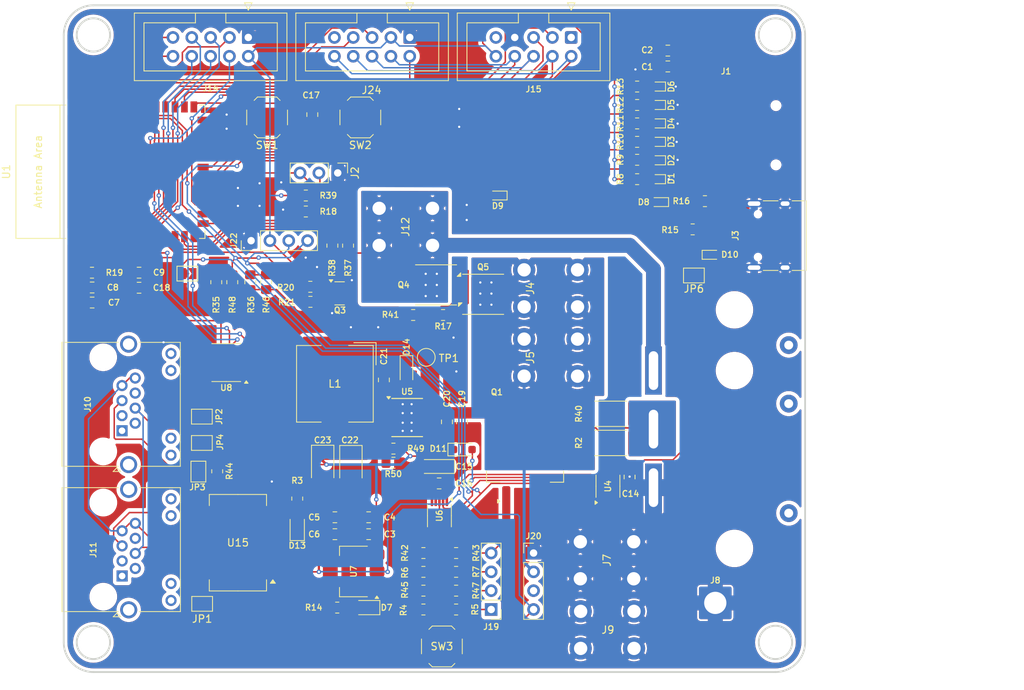
<source format=kicad_pcb>
(kicad_pcb (version 20240108) (generator "pcbnew") (generator_version "8.0")
  (layers (0 "F.Cu" signal) (31 "B.Cu" signal) (34 "B.Paste" user) (35 "F.Paste" user) (36 "B.SilkS" user "B.Silkscreen") (37 "F.SilkS" user "F.Silkscreen") (38 "B.Mask" user) (39 "F.Mask" user) (44 "Edge.Cuts" user))
  (net 0 "")
  (net 1 "V_BATT+")
  (net 2 "ESP_3V3")
  (net 3 "CHIP_PU")
  (net 4 "+5V")
  (net 5 "SD_DATA1")
  (net 6 "SD_DATA0")
  (net 7 "SD_CLK")
  (net 8 "SD_CMD")
  (net 9 "SD_DATA3")
  (net 10 "SD_DATA2")
  (net 11 "Net-(D7-A)")
  (net 12 "GPIO20")
  (net 13 "GPIO19")
  (net 14 "VBUSB")
  (net 15 "SD_DETECT")
  (net 16 "LCD_SDA")
  (net 17 "LCD_SCL")
  (net 18 "Net-(J3-CC1)")
  (net 19 "Net-(J3-CC2)")
  (net 28 "V_CHARGER+")
  (net 29 "Net-(U5-BOOT)")
  (net 30 "Net-(Q3-G)")
  (net 31 "Net-(Q4-S-Pad1)")
  (net 32 "LED_ON")
  (net 33 "CHARGER_OFF")
  (net 34 "BIT_0")
  (net 35 "BIT_1")
  (net 36 "BIT_2")
  (net 37 "BIT_3")
  (net 38 "BIT_4")
  (net 39 "BIT_5")
  (net 40 "BIT_6")
  (net 41 "SCL")
  (net 42 "SDA")
  (net 43 "V_CHARGER_REF")
  (net 44 "U0TXD")
  (net 46 "GPIO0")
  (net 47 "unconnected-(U1-GPIO46-Pad16)")
  (net 49 "V_CHA")
  (net 50 "V_CHC")
  (net 53 "V_CHB")
  (net 54 "V_CHD")
  (net 63 "V_CHC_OUT")
  (net 64 "V_CHB_OUT")
  (net 65 "V_CHD_OUT")
  (net 68 "Net-(Q3-D)")
  (net 69 "Net-(Q4-G)")
  (net 72 "W_INT")
  (net 73 "GND3")
  (net 74 "PHOTO_2")
  (net 75 "W_MISO")
  (net 77 "W_SCS")
  (net 78 "W_MOSI")
  (net 79 "V_BATT-")
  (net 81 "FAN_PWM")
  (net 82 "Net-(D13-A)")
  (net 83 "Net-(JP3-A)")
  (net 84 "Net-(JP3-B)")
  (net 85 "Net-(JP1-B)")
  (net 86 "Net-(JP1-A)")
  (net 87 "Net-(JP2-A)")
  (net 88 "V_LOAD+")
  (net 89 "V_CHA_OUT")
  (net 90 "Net-(U5-VSENSE)")
  (net 94 "Net-(JP2-B)")
  (net 95 "Net-(JP4-B)")
  (net 100 "Net-(D11-A)")
  (net 101 "RE")
  (net 102 "PHOTO_1")
  (net 103 "U0RXD")
  (net 104 "D1")
  (net 105 "W_SCLK")
  (footprint "Resistor_SMD:R_0805_2012Metric_Pad1.20x1.40mm_HandSolder" (layer "F.Cu") (at 102.927 124.546)
    (property "Reference" "R47")
    (property "Value" "330 (1%)" (hide yes))
  )
  (footprint "Button_Switch_SMD:SW_Push_1P1T_XKB_TS-1187A" (layer "F.Cu") (at 101.006 132.069 180)
    (property "Reference" "SW3")
    (property "Value" "SW_Push" (hide yes))
  )
  (footprint "BatteryCoFootLib:T44001" (layer "F.Cu") (at 123.323 129.84 -90)
    (property "Reference" "J9")
    (property "Value" "Conn_01x01" (hide yes))
  )
  (footprint "Package_SO:SOIC-8_3.9x4.9mm_P1.27mm" (layer "F.Cu") (at 71.922494 93.754633 180)
    (property "Reference" "U8")
    (property "Value" "SP3485EN" (hide yes))
  )
  (footprint "Diode_SMD:D_SOD-882D" (layer "F.Cu") (at 130.264 66.4483 180)
    (property "Reference" "D2")
    (property "Value" "LESD8D3.3CAT5G" (hide yes))
  )
  (footprint "Jumper:SolderJumper-2_P1.3mm_Open_TrianglePad1.0x1.5mm" (layer "F.Cu") (at 135 82.001 180)
    (property "Reference" "JP6")
    (property "Value" "SolderJumper_2_Open" (hide yes))
  )
  (footprint "Capacitor_SMD:C_0805_2012Metric_Pad1.18x1.45mm_HandSolder" (layer "F.Cu") (at 93.182 96.098 90)
    (property "Reference" "C21")
    (property "Value" "10nF/50V(10%)" (hide yes))
  )
  (footprint "Resistor_SMD:R_2512_6332Metric_Pad1.40x3.35mm_HandSolder" (layer "F.Cu") (at 123.787 100.67)
    (property "Reference" "R40")
    (property "Value" "5m" (hide yes))
  )
  (footprint "Jumper:SolderJumper-2_P1.3mm_Open_TrianglePad1.0x1.5mm" (layer "F.Cu") (at 68.669 126.324)
    (property "Reference" "JP1")
    (property "Value" "SolderJumper_2_Open" (hide yes))
  )
  (footprint "Package_TO_SOT_SMD:TO-263-2" (layer "F.Cu") (at 112.23 105.085 90)
    (property "Reference" "Q1")
    (property "Value" "IRLZ44SPbF" (hide yes))
  )
  (footprint "Resistor_SMD:R_0805_2012Metric_Pad1.20x1.40mm_HandSolder" (layer "F.Cu") (at 94.468 107.274)
    (property "Reference" "R50")
    (property "Value" "3.3K (1%)" (hide yes))
  )
  (footprint "Package_SO:MSOP-10_3x3mm_P0.5mm" (layer "F.Cu") (at 100.673 114.4325 -90)
    (property "Reference" "U6")
    (property "Value" "MCP4728" (hide yes))
  )
  (footprint "Capacitor_Tantalum_SMD:CP_EIA-3216-18_Kemet-A_Pad1.58x1.35mm_HandSolder" (layer "F.Cu") (at 100.2355 107.782 180)
    (property "Reference" "C15")
    (property "Value" "10uF/25V(20%)" (hide yes))
  )
  (footprint "Inductor_SMD:L_TDK_SLF10145" (layer "F.Cu") (at 86.578 96.62 -90)
    (property "Reference" "L1")
    (property "Value" "SLF10145T-101M1R0-PF" (hide yes))
  )
  (footprint "Capacitor_SMD:C_0805_2012Metric_Pad1.18x1.45mm_HandSolder" (layer "F.Cu") (at 83.528 60.284 90)
    (property "Reference" "C17")
    (property "Value" "0.1uF/50V(10%)" (hide yes))
  )
  (footprint "Jumper:SolderJumper-2_P1.3mm_Open_TrianglePad1.0x1.5mm" (layer "F.Cu") (at 68.161 108.47 -90)
    (property "Reference" "JP3")
    (property "Value" "SolderJumper_2_Open" (hide yes))
  )
  (footprint "Resistor_SMD:R_0805_2012Metric_Pad1.20x1.40mm_HandSolder" (layer "F.Cu") (at 94.468 105.369 180)
    (property "Reference" "R49")
    (property "Value" "10K (1%)" (hide yes))
  )
  (footprint "Capacitor_SMD:C_0805_2012Metric_Pad1.18x1.45mm_HandSolder" (layer "F.Cu") (at 91.1265 116.926 180)
    (property "Reference" "C3")
    (property "Value" "10uF/25V(20%)" (hide yes))
  )
  (footprint "Capacitor_SMD:C_0805_2012Metric_Pad1.18x1.45mm_HandSolder" (layer "F.Cu") (at 60.16 83.652 180)
    (property "Reference" "C18")
    (property "Value" "0.1uF/50V(10%)" (hide yes))
  )
  (footprint "Capacitor_SMD:C_0805_2012Metric_Pad1.18x1.45mm_HandSolder" (layer "F.Cu") (at 131.4832 53.7816 180)
    (property "Reference" "C1")
    (property "Value" "10uF/25V(20%)" (hide yes))
  )
  (footprint "Jumper:SolderJumper-2_P1.3mm_Open_TrianglePad1.0x1.5mm" (layer "F.Cu") (at 68.632 104.607)
    (property "Reference" "JP4")
    (property "Value" "SolderJumper_2_Open" (hide yes))
  )
  (footprint "Resistor_SMD:R_0805_2012Metric_Pad1.20x1.40mm_HandSolder" (layer "F.Cu") (at 70.701 108.433 -90)
    (property "Reference" "R44")
    (property "Value" "120 (1%)" (hide yes))
  )
  (footprint "BatteryCoFootLib:T44001" (layer "F.Cu") (at 115.703 83.739 90)
    (property "Reference" "J4")
    (property "Value" "Conn_01x01" (hide yes))
  )
  (footprint "Capacitor_SMD:C_0805_2012Metric_Pad1.18x1.45mm_HandSolder" (layer "F.Cu") (at 126.327 109.2005 90)
    (property "Reference" "C14")
    (property "Value" "0.1uF/50V(10%)" (hide yes))
  )
  (footprint "Capacitor_SMD:C_0805_2012Metric_Pad1.18x1.45mm_HandSolder" (layer "F.Cu") (at 100.6355 110.068 180)
    (property "Reference" "C16")
    (property "Value" "0.1uF/50V(10%)" (hide yes))
  )
  (footprint "Diode_SMD:D_SOD-882D" (layer "F.Cu") (at 130.264 69 180)
    (property "Reference" "D1")
    (property "Value" "LESD8D3.3CAT5G" (hide yes))
  )
  (footprint "Resistor_SMD:R_0805_2012Metric_Pad1.20x1.40mm_HandSolder" (layer "F.Cu") (at 82.655 71.206)
    (property "Reference" "R39")
    (property "Value" "10K (1%)" (hide yes))
  )
  (footprint "Resistor_SMD:R_0805_2012Metric_Pad1.20x1.40mm_HandSolder" (layer "F.Cu") (at 83.274 85.557)
    (property "Reference" "R21")
    (property "Value" "10K (1%)" (hide yes))
  )
  (footprint "Resistor_SMD:R_0805_2012Metric_Pad1.20x1.40mm_HandSolder" (layer "F.Cu") (at 102.927 122.006)
    (property "Reference" "R7")
    (property "Value" "330 (1%)" (hide yes))
  )
  (footprint "Capacitor_Tantalum_SMD:CP_EIA-3528-21_Kemet-B_Pad1.50x2.35mm_HandSolder" (layer "F.Cu") (at 84.927 107.554 -90)
    (property "Reference" "C23")
    (property "Value" "33uF/10V(10%)" (hide yes))
  )
  (footprint "Capacitor_SMD:C_0805_2012Metric_Pad1.18x1.45mm_HandSolder" (layer "F.Cu") (at 91.1265 114.64 180)
    (property "Reference" "C4")
    (property "Value" "0.1uF/50V(10%)" (hide yes))
  )
  (footprint "BatteryCoFootLib:T44001" (layer "F.Cu") (at 96.145 75.436 90)
    (property "Reference" "J12")
    (property "Value" "Conn_01x01" (hide yes))
  )
  (footprint "Package_DFN_QFN:AO_DFN-8-1EP_5.55x5.2mm_P1.27mm_EP4.12x4.6mm" (layer "F.Cu") (at 106.571 84.541)
    (property "Reference" "Q5")
    (property "Value" "AON6411" (hide yes))
  )
  (footprint "Resistor_SMD:R_0805_2012Metric_Pad1.20x1.40mm_HandSolder" (layer "F.Cu") (at 127.343 63.961225 180)
    (property "Reference" "R10")
    (property "Value" "10K (1%)" (hide yes))
  )
  (footprint "Connector_PinHeader_2.54mm:PinHeader_1x04_P2.54mm_Vertical" (layer "F.Cu") (at 107.658 127.086 180)
    (property "Reference" "J19")
    (property "Value" "Conn_01x04" (hide yes))
  )
  (footprint "Resistor_SMD:R_0805_2012Metric_Pad1.20x1.40mm_HandSolder" (layer "F.Cu") (at 136.487 71.968)
    (property "Reference" "R16")
    (property "Value" "4.7K (1%)" (hide yes))
  )
  (footprint "Resistor_SMD:R_0805_2012Metric_Pad1.20x1.40mm_HandSolder" (layer "F.Cu") (at 83.258 83.525 180)
    (property "Reference" "R20")
    (property "Value" "100 (1%)" (hide yes))
  )
  (footprint "Resistor_SMD:R_0805_2012Metric_Pad1.20x1.40mm_HandSolder" (layer "F.Cu") (at 97.133 87.335 180)
    (property "Reference" "R41")
    (property "Value" "5.1K (1%)" (hide yes))
  )
  (footprint "Button_Switch_SMD:SW_Push_1P1T_XKB_TS-1187A" (layer "F.Cu") (at 90.005 60.665)
    (property "Reference" "SW2")
    (property "Value" "SW_Push" (hide yes))
  )
  (footprint "Resistor_SMD:R_0805_2012Metric_Pad1.20x1.40mm_HandSolder" (layer "F.Cu") (at 98.514 122.006 180)
    (property "Reference" "R6")
    (property "Value" "10K (1%)" (hide yes))
  )
  (footprint "Resistor_SMD:R_0805_2012Metric_Pad1.20x1.40mm_HandSolder" (layer "F.Cu") (at 82.655 73.365)
    (property "Reference" "R18")
    (property "Value" "10K (1%)" (hide yes))
  )
  (footprint "BatteryCoFootLib:Hanbo TF-012D" (layer "F.Cu") (at 142.695 62.12 90)
    (property "Reference" "J1")
    (property "Value" "Micro_SD_Card_Det2")
  )
  (footprint "Button_Switch_SMD:SW_Push_1P1T_XKB_TS-1187A" (layer "F.Cu") (at 77.432 60.665 180)
    (property "Reference" "SW1")
    (property "Value" "SW_Push" (hide yes))
  )
  (footprint "Connector_PinHeader_2.54mm:PinHeader_1x04_P2.54mm_Vertical" (layer "F.Cu") (at 75.273 77.302 90)
    (property "Reference" "J22")
    (property "Value" "I2C_BUS0" (hide yes))
  )
  (footprint "Resistor_SMD:R_0805_2012Metric_Pad1.20x1.40mm_HandSolder" (layer "F.Cu") (at 127.343 61.47415 180)
    (property "Reference" "R11")
    (property "Value" "10K (1%)" (hide yes))
  )
  (footprint "Jumper:SolderJumper-2_P1.3mm_Open_TrianglePad1.0x1.5mm" (layer "F.Cu") (at 66.674 81.747)
    (property "Reference" "JP5" (hide yes))
    (property "Value" "SolderJumper_2_Open" (hide yes))
  )
  (footprint "Package_SO:SOIC-16W_7.5x12.8mm_P1.27mm" (layer "F.Cu") (at 73.495 118.069 180)
    (property "Reference" "U15")
    (property "Value" "CA-IS13092VW" (hide yes))
  )
  (footprint "Resistor_SMD:R_0805_2012Metric_Pad1.20x1.40mm_HandSolder" (layer "F.Cu") (at 81.496 112.116 -90)
    (property "Reference" "R3")
    (property "Value" "47K (1%)" (hide yes))
  )
  (footprint "Capacitor_SMD:C_0805_2012Metric_Pad1.18x1.45mm_HandSolder" (layer "F.Cu") (at 86.576 114.64)
    (property "Reference" "C5")
    (property "Value" "0.1uF/50V(10%)" (hide yes))
  )
  (footprint "Resistor_SMD:R_0805_2012Metric_Pad1.20x1.40mm_HandSolder" (layer "F.Cu") (at 134.836 75.778)
    (property "Reference" "R15")
    (property "Value" "4.7K (1%)" (hide yes))
  )
  (footprint "Resistor_SMD:R_0805_2012Metric_Pad1.20x1.40mm_HandSolder" (layer "F.Cu") (at 127.343 66.38 180)
    (property "Reference" "R9")
    (property "Value" "10K (1%)" (hide yes))
  )
  (footprint "Connector_PinHeader_2.54mm:PinHeader_1x04_P2.54mm_Vertical" (layer "F.Cu") (at 113.373 119.466)
    (property "Reference" "J20")
    (property "Value" "Conn_01x04" (hide yes))
  )
  (footprint "Package_DFN_QFN:AO_DFN-8-1EP_5.55x5.2mm_P1.27mm_EP4.12x4.6mm" (layer "F.Cu") (at 100.221 83.271 180)
    (property "Reference" "Q4")
    (property "Value" "AON6411" (hide yes))
  )
  (footprint "Capacitor_SMD:C_0805_2012Metric_Pad1.18x1.45mm_HandSolder" (layer "F.Cu") (at 60.16 81.62)
    (property "Reference" "C9")
    (property "Value" "1uF/16V(10%)" (hide yes))
  )
  (footprint "Resistor_SMD:R_0805_2012Metric_Pad1.20x1.40mm_HandSolder" (layer "F.Cu") (at 77.305 82.906 90)
    (property "Reference" "R46")
    (property "Value" "4.7K (1%)" (hide yes))
  )
  (footprint "Resistor_SMD:R_0805_2012Metric_Pad1.20x1.40mm_HandSolder" (layer "F.Cu") (at 98.514 124.546 180)
    (property "Reference" "R45")
    (property "Value" "10K (1%)" (hide yes))
  )
  (footprint "Resistor_SMD:R_0805_2012Metric_Pad1.20x1.40mm_HandSolder" (layer "F.Cu") (at 127.343 58.987075 180)
    (property "Reference" "R12")
    (property "Value" "10K (1%)" (hide yes))
  )
  (footprint "Resistor_SMD:R_2512_6332Metric_Pad1.40x3.35mm_HandSolder" (layer "F.Cu") (at 123.787 104.607)
    (property "Reference" "R2")
    (property "Value" "5m" (hide yes))
  )
  (footprint "Resistor_SMD:R_0805_2012Metric_Pad1.20x1.40mm_HandSolder" (layer "F.Cu") (at 75.162 82.906 90)
    (property "Reference" "R36")
    (property "Value" "4.7K (1%)" (hide yes))
  )
  (footprint "BatteryCoFootLib:T44001" (layer "F.Cu") (at 115.703 93.09 90)
    (property "Reference" "J5")
    (property "Value" "Conn_01x01" (hide yes))
  )
  (footprint "Resistor_SMD:R_0805_2012Metric_Pad1.20x1.40mm_HandSolder" (layer "F.Cu") (at 101.165 87.334)
    (property "Reference" "R17")
    (property "Value" "10K (1%)" (hide yes))
  )
  (footprint "TestPoint:TestPoint_Pad_D2.0mm" (layer "F.Cu") (at 98.897 93.05)
    (property "Reference" "TP1")
    (property "Value" "TestPoint" (hide yes))
  )
  (footprint "Diode_SMD:D_SOD-323_HandSoldering" (layer "F.Cu") (at 96.23 94.828 -90)
    (property "Reference" "D14")
    (property "Value" "1N5819WS" (hide yes))
  )
  (footprint "LED_SMD:LED_0805_2012Metric_Pad1.15x1.40mm_HandSolder" (layer "F.Cu") (at 90.776 126.832 180)
    (property "Reference" "D7")
    (property "Value" "LED" (hide yes))
  )
  (footprint "Capacitor_SMD:C_0805_2012Metric_Pad1.18x1.45mm_HandSolder" (layer "F.Cu") (at 53.8315 85.652)
    (property "Reference" "C7")
    (property "Value" "10uF/25V(20%)" (hide yes))
  )
  (footprint "Resistor_SMD:R_0805_2012Metric_Pad1.20x1.40mm_HandSolder" (layer "F.Cu") (at 98.514 119.466 180)
    (property "Reference" "R42")
    (property "Value" "10K (1%)" (hide yes))
  )
  (footprint "LED_SMD:LED_0805_2012Metric_Pad1.15x1.40mm_HandSolder" (layer "F.Cu") (at 81.496 115.919 90)
    (property "Reference" "D13")
    (property "Value" "LED" (hide yes))
  )
  (footprint "Connector_PinHeader_2.54mm:PinHeader_1x03_P2.54mm_Vertical" (layer "F.Cu") (at 86.957 68.158 -90)
    (property "Reference" "J2")
    (property "Value" "Conn_01x03" (hide yes))
  )
  (footprint "Capacitor_Tantalum_SMD:CP_EIA-3528-21_Kemet-B_Pad1.50x2.35mm_HandSolder" (layer "F.Cu") (at 88.737 107.58 -90)
    (property "Reference" "C22")
    (property "Value" "33uF/10V(10%)" (hide yes))
  )
  (footprint "Diode_SMD:D_SOD-882D" (layer "F.Cu") (at 130.264 56.5 180)
    (property "Reference" "D6")
    (property "Value" "LESD8D3.3CAT5G" (hide yes))
  )
  (footprint "Capacitor_SMD:C_0805_2012Metric_Pad1.18x1.45mm_HandSolder" (layer "F.Cu") (at 131.4832 51.648 180)
    (property "Reference" "C2")
    (property "Value" "0.1uF/50V(10%)" (hide yes))
  )
  (footprint "Resistor_SMD:R_0805_2012Metric_Pad1.20x1.40mm_HandSolder" (layer "F.Cu") (at 53.81 81.62 180)
    (property "Reference" "R19")
    (property "Value" "10K (1%)" (hide yes))
  )
  (footprint "Connector_RJ:RJ45_Amphenol_RJHSE538X" (layer "F.Cu") (at 57.862 102.956 90)
    (property "Reference" "J10")
    (property "Value" "RJ45_LED_Shielded" (hide yes))
  )
  (footprint "Resistor_SMD:R_0805_2012Metric_Pad1.20x1.40mm_HandSolder" (layer "F.Cu") (at 86.233065 77.97 -90)
    (property "Reference" "R38")
    (property "Value" "1.5k (1%)" (hide yes))
  )
  (footprint "Resistor_SMD:R_0805_2012Metric_Pad1.20x1.40mm_HandSolder" (layer "F.Cu") (at 70.574 82.906 90)
    (property "Reference" "R35")
    (property "Value" "4.7K (1%)" (hide yes))
  )
  (footprint "Package_SO:VSSOP-10_3x3mm_P0.5mm" (layer "F.Cu") (at 123.406 110.449 90)
    (property "Reference" "U4")
    (property "Value" "INA228" (hide yes))
  )
  (footprint "Resistor_SMD:R_0805_2012Metric_Pad1.20x1.40mm_HandSolder" (layer "F.Cu") (at 102.927 119.466)
    (property "Reference" "R43")
    (property "Value" "330 (1%)" (hide yes))
  )
  (footprint "Connector_IDC:IDC-Header_2x05_P2.54mm_Vertical" (layer "F.Cu") (at 118.453 49.87 -90)
    (property "Reference" "J15")
    (property "Value" "Conn_02x05_Odd_Even" (hide yes))
  )
  (footprint "Diode_SMD:D_SOD-523" (layer "F.Cu") (at 130.326 72.095 180)
    (property "Reference" "D8")
    (property "Value" "LESD5D5.0CT1G" (hide yes))
  )
  (footprint "BatteryCoFootLib:45A-ANGLE-PAIR" (layer "F.Cu") (at 129.55 102.739 -90)
    (property "Reference" "J16" (hide yes))
    (property "Value" "Conn_01x03" (hide yes))
  )
  (footprint "Capacitor_SMD:C_0805_2012Metric_Pad1.18x1.45mm_HandSolder" (layer "F.Cu") (at 101.689 101.762 -90)
    (property "Reference" "C20")
    (property "Value" "10uF/25V(20%)" (hide yes))
  )
  (footprint "Diode_SMD:D_SOD-523" (layer "F.Cu") (at 108.547 71.206 180)
    (property "Reference" "D9")
    (property "Value" "LESD5D5.0CT1G" (hide yes))
  )
  (footprint "Resistor_SMD:R_0805_2012Metric_Pad1.20x1.40mm_HandSolder" (layer "F.Cu") (at 72.733 82.906 90)
    (property "Reference" "R48")
    (property "Value" "4.7K (1%)" (hide yes))
  )
  (footprint "Connector_RJ:RJ45_Amphenol_RJHSE538X" (layer "F.Cu") (at 57.874 122.5648 90)
    (property "Reference" "J11")
    (property "Value" "RJ45_LED_Shielded" (hide yes))
  )
  (footprint "Connector_Wire:SolderWire-2.5sqmm_1x01_D2.4mm_OD4.4mm" (layer "F.Cu") (at 137.884 126.197 180)
    (property "Reference" "J8")
    (property "Value" "Conn_01x01" (hide yes))
  )
  (footprint "Jumper:SolderJumper-2_P1.3mm_Open_TrianglePad1.0x1.5mm" (layer "F.Cu") (at 68.632 101.051)
    (property "Reference" "JP2")
    (property "Value" "SolderJumper_2_Open" (hide yes))
  )
  (footprint "Capacitor_SMD:C_0805_2012Metric_Pad1.18x1.45mm_HandSolder" (layer "F.Cu") (at 103.721 101.762 -90)
    (property "Reference" "C19")
    (property "Value" "10uF/25V(20%)" (hide yes))
  )
  (footprint "Connector_IDC:IDC-Header_2x05_P2.54mm_Vertical" (layer "F.Cu") (at 96.6725 49.87 -90)
    (property "Reference" "J24")
    (property "Value" "Conn_02x05_Odd_Even" (hide yes))
  )
  (footprint "Capacitor_SMD:C_0805_2012Metric_Pad1.18x1.45mm_HandSolder" (layer "F.Cu") (at 86.576 116.926)
    (property "Reference" "C6")
    (property "Value" "10uF/25V(20%)" (hide yes))
  )
  (footprint "Capacitor_SMD:C_0805_2012Metric_Pad1.18x1.45mm_HandSolder" (layer "F.Cu") (at 53.8315 83.62)
    (property "Reference" "C8")
    (property "Value" "0.1uF/50V(10%)" (hide yes))
  )
  (footprint "Diode_SMD:D_SOD-882D" (layer "F.Cu") (at 130.264 58.987075 180)
    (property "Reference" "D5")
    (property "Value" "LESD8D3.3CAT5G" (hide yes))
  )
  (footprint "Package_TO_SOT_SMD:SOT-23" (layer "F.Cu") (at 87.211 84.414)
    (property "Reference" "Q3")
    (property "Value" "AO3400A" (hide yes))
  )
  (footprint "Diode_SMD:D_SOD-882D" (layer "F.Cu") (at 130.264 63.961225 180)
    (property "Reference" "D3")
    (property "Value" "LESD8D3.3CAT5G" (hide yes))
  )
  (footprint "Resistor_SMD:R_0805_2012Metric_Pad1.20x1.40mm_HandSolder" (layer "F.Cu") (at 127.343 56.5 180)
    (property "Reference" "R13")
    (property "Value" "10K (1%)" (hide yes))
  )
  (footprint "PCM_Espressif:ESP32-S3-WROOM-1" (layer "F.Cu") (at 59.3 68 90)
    (property "Reference" "U1")
    (property "Value" "ESP32-S3-WROOM-1" (hide yes))
  )
  (footprint "BatteryCoFootLib:T44001" (layer "F.Cu") (at 123.284 120.442 -90)
    (property "Reference" "J7")
    (property "Value" "Conn_01x01" (hide yes))
  )
  (footprint "Connector_USB:USB_C_Receptacle_HRO_TYPE-C-31-M-12" (layer "F.Cu") (at 146.25 76.62 90)
    (property "Reference" "J3")
    (property "Value" "USB_C_Receptacle_USB2.0_16P" (hide yes))
  )
  (footprint "Resistor_SMD:R_0805_2012Metric_Pad1.20x1.40mm_HandSolder" (layer "F.Cu") (at 127.343 69 180)
    (property "Reference" "R8")
    (property "Value" "10K (1%)" (hide yes))
  )
  (footprint "Diode_SMD:D_SOD-323_HandSoldering" (layer "F.Cu") (at 103.828 105.496)
    (property "Reference" "D11")
    (property "Value" "1N5819WS" (hide yes))
  )
  (footprint "Diode_SMD:D_SOD-523" (layer "F.Cu") (at 137.376 79.207)
    (property "Reference" "D10")
    (property "Value" "LESD5D5.0CT1G" (hide yes))
  )
  (footprint "Diode_SMD:D_SOD-882D" (layer "F.Cu") (at 130.264 61.47415 180)
    (property "Reference" "D4")
    (property "Value" "LESD8D3.3CAT5G" (hide yes))
  )
  (footprint "Resistor_SMD:R_0805_2012Metric_Pad1.20x1.40mm_HandSolder" (layer "F.Cu") (at 98.514 127.086 180)
    (property "Reference" "R4")
    (property "Value" "10K (1%)" (hide yes))
  )
  (footprint "Package_TO_SOT_SMD:SOT-223-3_TabPin2" (layer "F.Cu") (at 89.107875 121.957904 180)
    (property "Reference" "U7")
    (property "Value" "AMS1117-3.3" (hide yes))
  )
  (footprint "Resistor_SMD:R_0805_2012Metric_Pad1.20x1.40mm_HandSolder" (layer "F.Cu") (at 88.354 77.97 90)
    (property "Reference" "R37")
    (property "Value" "10K (1%)" (hide yes))
  )
  (footprint "Resistor_SMD:R_0805_2012Metric_Pad1.20x1.40mm_HandSolder" (layer "F.Cu") (at 102.927 127.086)
    (property "Reference" "R5")
    (property "Value" "330 (1%)" (hide yes))
  )
  (footprint "Connector_IDC:IDC-Header_2x05_P2.54mm_Vertical" (layer "F.Cu") (at 74.892 49.87 -90)
    (property "Reference" "J14")
    (property "Value" "Conn_02x05_Counter_Clockwise" (hide yes))
  )
  (footprint "Package_SO:TI_SO-PowerPAD-8_ThermalVias" (layer "F.Cu") (at 96.322 101.178)
    (property "Reference" "U5")
    (property "Value" "TPS5430DDA" (hide yes))
  )
  (footprint "Resistor_SMD:R_0805_2012Metric_Pad1.20x1.40mm_HandSolder" (layer "F.Cu") (at 86.8898 126.832)
    (property "Reference" "R14")
    (property "Value" "5.1K (1%)" (hide yes))
  )
  (gr_circle (center 146 49.53) (end 148.25 49.53) (stroke (width 0.25)) (fill none) (layer "Edge.Cuts"))
  (gr_arc (start 54 135.53) (mid 51.171573 134.358427) (end 50 131.530001) (stroke (width 0.25)) (layer "Edge.Cuts"))
  (gr_line (start 54 135.53) (end 146 135.53) (stroke (width 0.25)) (layer "Edge.Cuts"))
  (gr_circle (center 146 131.53) (end 148.25 131.53) (stroke (width 0.25)) (fill none) (layer "Edge.Cuts"))
  (gr_arc (start 50 49.53) (mid 51.171573 46.701573) (end 53.999999 45.53) (stroke (width 0.25)) (layer "Edge.Cuts"))
  (gr_circle (center 54 49.53) (end 56.25 49.53) (stroke (width 0.25)) (fill none) (layer "Edge.Cuts"))
  (gr_line (start 150 131.53) (end 150 49.53) (stroke (width 0.25)) (layer "Edge.Cuts"))
  (gr_circle (center 54 131.53) (end 56.25 131.53) (stroke (width 0.25)) (fill none) (layer "Edge.Cuts"))
  (gr_line (start 50 49.53) (end 50 131.530001) (stroke (width 0.25)) (layer "Edge.Cuts"))
  (gr_line (start 146 45.53) (end 53.999999 45.53) (stroke (width 0.25)) (layer "Edge.Cuts"))
  (gr_arc (start 146 45.53) (mid 148.828427 46.701573) (end 150 49.53) (stroke (width 0.25)) (layer "Edge.Cuts"))
  (gr_arc (start 150 131.53) (mid 148.828427 134.358427) (end 146 135.53) (stroke (width 0.25)) (layer "Edge.Cuts"))
  (segment (start 126.708 100.672) (end 126.71 100.67) (width 0.2) (layer "F.Cu") (net 1))
  (segment (start 123.406 109.00641) (end 123.406 108.249) (width 0.2) (layer "F.Cu") (net 1))
  (segment (start 123.406 103.718) (end 124.549 102.575) (width 0.2) (layer "F.Cu") (net 1))
  (segment (start 126.708 102.575) (end 126.708 104.351) (width 1) (layer "F.Cu") (net 1))
  (segment (start 122.79159 109.392) (end 123.02041 109.392) (width 0.2) (layer "F.Cu") (net 1))
  (segment (start 126.708 102.575) (end 126.708 100.672) (width 1) (layer "F.Cu") (net 1))
  (segment (start 124.549 102.575) (end 126.708 102.575) (width 0.2) (layer "F.Cu") (net 1))
  (segment (start 123.02041 109.392) (end 123.406 109.00641) (width 0.2) (layer "F.Cu") (net 1))
  (segment (start 126.71 100.67) (end 126.837 100.67) (width 0.2) (layer "F.Cu") (net 1))
  (segment (start 122.406 109.00641) (end 122.79159 109.392) (width 0.2) (layer "F.Cu") (net 1))
  (segment (start 122.406 108.249) (end 122.406 109.00641) (width 0.2) (layer "F.Cu") (net 1))
  (segment (start 123.406 108.249) (end 123.406 103.718) (width 0.2) (layer "F.Cu") (net 1))
  (segment (start 104.234471 109.306) (end 104.672471 108.868) (width 0.2) (layer "F.Cu") (net 2))
  (segment (start 52.794 85.652) (end 52.794 83.62) (width 0.2) (layer "F.Cu") (net 2))
  (segment (start 136.6 62.3) (end 135.73 63.17) (width 0.2) (layer "F.Cu") (net 2))
  (segment (start 126.343 69) (end 124.295 69) (width 0.2) (layer "F.Cu") (net 2))
  (segment (start 79.718 114.894) (end 79.718 103.591) (width 0.2) (layer "F.Cu") (net 2))
  (segment (start 52.794 81.636) (end 52.81 81.62) (width 0.2) (layer "F.Cu") (net 2))
  (segment (start 84.417 122.006) (end 80.725001 122.006) (width 0.2) (layer "F.Cu") (net 2))
  (segment (start 79.718 103.591) (end 79.718 90.637) (width 0.2) (layer "F.Cu") (net 2))
  (segment (start 77.305 83.906) (end 75.162 83.906) (width 0.2) (layer "F.Cu") (net 2))
  (segment (start 84.417 119.339) (end 84.417 122.006) (width 0.3) (layer "F.Cu") (net 2))
  (segment (start 52.31 81.75) (end 52.44 81.62) (width 0.2) (layer "F.Cu") (net 2))
  (segment (start 121.063 108.868) (end 121.987 109.792) (width 0.2) (layer "F.Cu") (net 2))
  (segment (start 71.717 88.097) (end 53.937 88.097) (width 0.2) (layer "F.Cu") (net 2))
  (segment (start 132.5207 55.3207) (end 136.6 59.4) (width 0.2) (layer "F.Cu") (net 2))
  (segment (start 124.4474 53.8324) (end 118.815 48.2) (width 0.2) (layer "F.Cu") (net 2))
  (segment (start 118.815 48.2) (end 107.55 48.2) (width 0.2) (layer "F.Cu") (net 2))
  (segment (start 71.209 94.873126) (end 70.422493 95.659633) (width 0.2) (layer "F.Cu") (net 2))
  (segment (start 103.331392 110.203608) (end 104.229 109.306) (width 0.2) (layer "F.Cu") (net 2))
  (segment (start 83.358 82.847) (end 77.813 77.302) (width 0.2) (layer "F.Cu") (net 2))
  (segment (start 52.31 81.12) (end 52.31 76.75) (width 0.2) (layer "F.Cu") (net 2))
  (segment (start 85.5385 118.2175) (end 84.417 119.339) (width 0.3) (layer "F.Cu") (net 2))
  (segment (start 52.81 81.62) (end 52.31 81.12) (width 0.2) (layer "F.Cu") (net 2))
  (segment (start 104.229 109.306) (end 104.234471 109.306) (width 0.2) (layer "F.Cu") (net 2))
  (segment (start 106.515 50.632) (end 108.293 52.41) (width 0.2) (layer "F.Cu") (net 2))
  (segment (start 82.274 85.557) (end 83.358 84.473) (width 0.2) (layer "F.Cu") (net 2))
  (segment (start 93.639904 121.957904) (end 92.257875 121.957904) (width 0.2) (layer "F.Cu") (net 2))
  (segment (start 79.718 90.637) (end 77.178 88.097) (width 0.2) (layer "F.Cu") (net 2))
  (segment (start 79.718 120.998999) (end 79.718 114.894) (width 0.2) (layer "F.Cu") (net 2))
  (segment (start 78.702 83.906) (end 77.305 83.906) (width 0.2) (layer "F.Cu") (net 2))
  (segment (start 75.162 83.906) (end 72.733 83.906) (width 0.2) (layer "F.Cu") (net 2))
  (segment (start 80.353 85.557) (end 82.274 85.557) (width 0.2) (layer "F.Cu") (net 2))
  (segment (start 85.5385 114.64) (end 85.5385 116.926) (width 0.3) (layer "F.Cu") (net 2))
  (segment (start 124.295 61.47415) (end 126.343 61.47415) (width 0.2) (layer "F.Cu") (net 2))
  (segment (start 93.688 122.006) (end 93.639904 121.957904) (width 0.2) (layer "F.Cu") (net 2))
  (segment (start 81.655 71.206) (end 81.655 73.365) (width 0.2) (layer "F.Cu") (net 2))
  (segment (start 85.957875 121.957904) (end 85.957875 126.763925) (width 0.2) (layer "F.Cu") (net 2))
  (segment (start 72.733 83.906) (end 70.574 83.906) (width 0.2) (layer "F.Cu") (net 2))
  (segment (start 124.295 66.4) (end 126.323 66.4) (width 0.2) (layer "F.Cu") (net 2))
  (segment (start 132.0132 50.4) (end 132.5207 50.9075) (width 0.2) (layer "F.Cu") (net 2))
  (segment (start 80.217001 122.514) (end 80.725001 122.006) (width 0.2) (layer "F.Cu") (net 2))
  (segment (start 52.794 83.62) (end 52.794 81.636) (width 0.2) (layer "F.Cu") (net 2))
  (segment (start 80.353 85.557) (end 78.702 83.906) (width 0.2) (layer "F.Cu") (net 2))
  (segment (start 52.44 81.62) (end 52.81 81.62) (width 0.2) (layer "F.Cu") (net 2))
  (segment (start 52.794 86.954) (end 52.794 85.652) (width 0.2) (layer "F.Cu") (net 2))
  (segment (start 107.55 48.2) (end 106.515 49.235) (width 0.2) (layer "F.Cu") (net 2))
  (segment (start 124.295 53.9848) (end 124.4474 53.8324) (width 0.2) (layer "F.Cu") (net 2))
  (segment (start 77.178 88.097) (end 71.717 88.097) (width 0.2) (layer "F.Cu") (net 2))
  (segment (start 124.4474 53.8324) (end 127.8798 50.4) (width 0.2) (layer "F.Cu") (net 2))
  (segment (start 124.295 58.987075) (end 126.343 58.987075) (width 0.2) (layer "F.Cu") (net 2))
  (segment (start 71.209 88.097) (end 71.209 94.873126) (width 0.2) (layer "F.Cu") (net 2))
  (segment (start 124.295 63.961225) (end 126.343 63.961225) (width 0.2) (layer "F.Cu") (net 2))
  (segment (start 104.672471 108.868) (end 121.063 108.868) (width 0.2) (layer "F.Cu") (net 2))
  (segment (start 124.406 109.792) (end 124.406 108.249) (width 0.2) (layer "F.Cu") (net 2))
  (segment (start 85.5385 116.926) (end 85.5385 118.2175) (width 0.3) (layer "F.Cu") (net 2))
  (segment (start 78.145 122.514) (end 80.217001 122.514) (width 0.2) (layer "F.Cu") (net 2))
  (segment (start 136.6 59.4) (end 136.6 62.3) (width 0.2) (layer "F.Cu") (net 2))
  (segment (start 80.725001 122.006) (end 79.718 120.998999) (width 0.2) (layer "F.Cu") (net 2))
  (segment (start 83.358 84.473) (end 83.358 82.847) (width 0.2) (layer "F.Cu") (net 2))
  (segment (start 135.73 63.17) (end 135.07 63.17) (width 0.2) (layer "F.Cu") (net 2))
  (segment (start 125.881 109.792) (end 126.327 110.238) (width 0.2) (layer "F.Cu") (net 2))
  (segment (start 70.422493 95.659633) (end 69.447494 95.659633) (width 0.2) (layer "F.Cu") (net 2))
  (segment (start 121.987 109.792) (end 125.881 109.792) (width 0.2) (layer "F.Cu") (net 2))
  (segment (start 70.574 83.906) (end 70.574 88.097) (width 0.2) (layer "F.Cu") (net 2))
  (segment (start 53.937 88.097) (end 52.794 86.954) (width 0.2) (layer "F.Cu") (net 2))
  (segment (start 124.295 56.5) (end 124.295 53.9848) (width 0.2) (layer "F.Cu") (net 2))
  (segment (start 106.515 49.235) (end 106.515 50.632) (width 0.2) (layer "F.Cu") (net 2))
  (segment (start 81.655 71.206) (end 79.337 71.206) (width 0.2) (layer "F.Cu") (net 2))
  (segment (start 132.5207 50.9075) (end 132.5207 55.3207) (width 0.2) (layer "F.Cu") (net 2))
  (segment (start 124.295 56.5) (end 126.343 56.5) (width 0.2) (layer "F.Cu") (net 2))
  (segment (start 103.331392 111.329392) (end 103.331392 110.203608) (width 0.2) (layer "F.Cu") (net 2))
  (segment (start 85.957875 126.763925) (end 85.8898 126.832) (width 0.2) (layer "F.Cu") (net 2))
  (segment (start 78.145 114.894) (end 79.718 114.894) (width 0.2) (layer "F.Cu") (net 2))
  (segment (start 126.323 66.4) (end 126.343 66.38) (width 0.2) (layer "F.Cu") (net 2))
  (segment (start 127.8798 50.4) (end 132.0132 50.4) (width 0.2) (layer "F.Cu") (net 2))
  (via (at 124.295 58.987075) (size 0.6) (drill 0.3) (layers "F.Cu" "B.Cu") (net 2))
  (via (at 79.337 71.206) (size 0.6) (drill 0.3) (layers "F.Cu" "B.Cu") (net 2))
  (via (at 124.295 69) (size 0.6) (drill 0.3) (layers "F.Cu" "B.Cu") (net 2))
  (via (at 124.295 66.4) (size 0.6) (drill 0.3) (layers "F.Cu" "B.Cu") (net 2))
  (via (at 124.295 56.5) (size 0.6) (drill 0.3) (layers "F.Cu" "B.Cu") (net 2))
  (via (at 84.417 122.006) (size 0.6) (drill 0.3) (layers "F.Cu" "B.Cu") (net 2))
  (via (at 124.295 63.961225) (size 0.6) (drill 0.3) (layers "F.Cu" "B.Cu") (net 2))
  (via (at 124.295 61.47415) (size 0.6) (drill 0.3) (layers "F.Cu" "B.Cu") (net 2))
  (via (at 103.331392 111.329392) (size 0.6) (drill 0.3) (layers "F.Cu" "B.Cu") (net 2))
  (via (at 93.688 122.006) (size 0.6) (drill 0.3) (layers "F.Cu" "B.Cu") (net 2))
  (segment (start 124.295 61.47415) (end 124.295 58.987075) (width 0.2) (layer "B.Cu") (net 2))
  (segment (start 93.663 121.981) (end 93.688 122.006) (width 0.2) (layer "B.Cu") (net 2))
  (segment (start 84.442 121.981) (end 93.663 121.981) (width 0.2) (layer "B.Cu") (net 2))
  (segment (start 94.1325 49.87) (end 95.2825 51.02) (width 0.2) (layer "B.Cu") (net 2))
  (segment (start 84.417 122.006) (end 84.442 121.981) (width 0.2) (layer "B.Cu") (net 2))
  (segment (start 124.295 66.4) (end 124.295 63.961225) (width 0.2) (layer "B.Cu") (net 2))
  (segment (start 95.2825 51.02) (end 106.903 51.02) (width 0.2) (layer "B.Cu") (net 2))
  (segment (start 74.892 52.41) (end 76.042 51.26) (width 0.2) (layer "B.Cu") (net 2))
  (segment (start 124.295 63.961225) (end 124.295 61.47415) (width 0.2) (layer "B.Cu") (net 2))
  (segment (start 77.813 55.331) (end 74.892 52.41) (width 0.2) (layer "B.Cu") (net 2))
  (segment (start 77.813 71.206) (end 77.813 55.331) (width 0.2) (layer "B.Cu") (net 2))
  (segment (start 103.331392 111.329392) (end 101.798784 112.862) (width 0.2) (layer "B.Cu") (net 2))
  (segment (start 76.042 51.26) (end 92.7425 51.26) (width 0.2) (layer "B.Cu") (net 2))
  (segment (start 101.798784 112.862) (end 95.466 112.862) (width 0.2) (layer "B.Cu") (net 2))
  (segment (start 79.337 71.206) (end 77.813 71.206) (width 0.2) (layer "B.Cu") (net 2))
  (segment (start 77.813 77.302) (end 77.813 71.206) (width 0.2) (layer "B.Cu") (net 2))
  (segment (start 92.7425 51.26) (end 94.1325 49.87) (width 0.2) (layer "B.Cu") (net 2))
  (segment (start 124.295 58.987075) (end 124.295 56.5) (width 0.2) (layer "B.Cu") (net 2))
  (segment (start 124.295 69) (end 124.295 66.4) (width 0.2) (layer "B.Cu") (net 2))
  (segment (start 106.903 51.02) (end 108.293 52.41) (width 0.2) (layer "B.Cu") (net 2))
  (segment (start 95.466 112.862) (end 93.688 114.64) (width 0.2) (layer "B.Cu") (net 2))
  (segment (start 93.688 114.64) (end 93.688 122.006) (width 0.2) (layer "B.Cu") (net 2))
  (segment (start 82.385 57.655) (end 110.033 57.655) (width 0.2) (layer "F.Cu") (net 3))
  (segment (start 84.709 57.655) (end 85.844 58.79) (width 0.2) (layer "F.Cu") (net 3))
  (segment (start 58.763 74) (end 55.715 74) (width 0.2) (layer "F.Cu") (net 3))
  (segment (start 59.1225 81.62) (end 59.1225 83.652) (width 0.2) (layer "F.Cu") (net 3))
  (segment (start 54.81 80.461) (end 54.81 81.62) (width 0.2) (layer "F.Cu") (net 3))
  (segment (start 87.005 58.79) (end 93.005 58.79) (width 0.2) (layer "F.Cu") (net 3))
  (segment (start 110.033 57.655) (end 114.643 53.045) (width 0.2) (layer "F.Cu") (net 3))
  (segment (start 55.715 74) (end 53.58 76.135) (width 0.2) (layer "F.Cu") (net 3))
  (segment (start 53.58 76.135) (end 53.58 76.75) (width 0.2) (layer "F.Cu") (net 3))
  (segment (start 61.684 71.079) (end 58.763 74) (width 0.2) (layer "F.Cu") (net 3))
  (segment (start 53.58 76.75) (end 53.58 79.231) (width 0.2) (layer "F.Cu") (net 3))
  (segment (start 114.643 51.14) (end 113.373 49.87) (width 0.2) (layer "F.Cu") (net 3))
  (segment (start 82.385 57.655) (end 84.709 57.655) (width 0.2) (layer "F.Cu") (net 3))
  (segment (start 71.409 57.655) (end 82.385 57.655) (width 0.2) (layer "F.Cu") (net 3))
  (segment (start 85.844 58.79) (end 87.005 58.79) (width 0.2) (layer "F.Cu") (net 3))
  (segment (start 114.643 53.045) (end 114.643 51.14) (width 0.2) (layer "F.Cu") (net 3))
  (segment (start 71.209 57.855) (end 71.409 57.655) (width 0.2) (layer "F.Cu") (net 3))
  (segment (start 61.684 63.459) (end 61.684 71.079) (width 0.2) (layer "F.Cu") (net 3))
  (segment (start 59.1225 81.62) (end 54.81 81.62) (width 0.2) (layer "F.Cu") (net 3))
  (segment (start 53.58 79.231) (end 54.81 80.461) (width 0.2) (layer "F.Cu") (net 3))
  (via (at 61.684 63.459) (size 0.6) (drill 0.3) (layers "F.Cu" "B.Cu") (net 3))
  (via (at 71.209 57.855) (size 0.6) (drill 0.3) (layers "F.Cu" "B.Cu") (net 3))
  (segment (start 71.209 57.871) (end 65.621 63.459) (width 0.2) (layer "B.Cu") (net 3))
  (segment (start 65.621 63.459) (end 61.684 63.459) (width 0.2) (layer "B.Cu") (net 3))
  (segment (start 71.209 57.855) (end 71.209 57.871) (width 0.2) (layer "B.Cu") (net 3))
  (segment (start 84.927 105.929) (end 84.927 107.02) (width 0.35) (layer "F.Cu") (net 4))
  (segment (start 101.673 106.623) (end 101.673 110.068) (width 0.2) (layer "F.Cu") (net 4))
  (segment (start 92.164 114.64) (end 92.164 116.926) (width 0.2) (layer "F.Cu") (net 4))
  (segment (start 82.893 107.528) (end 85.435 107.528) (width 0.2) (layer "F.Cu") (net 4))
  (segment (start 102.324 105.496) (end 101.435 106.385) (width 0.2) (layer "F.Cu") (net 4))
  (segment (start 81.496 111.116) (end 81.496 108.925) (width 0.2) (layer "F.Cu") (net 4))
  (segment (start 101.673 110.068) (end 101.673 112.32) (width 0.2) (layer "F.Cu") (net 4))
  (segment (start 92.257875 117.019875) (end 92.164 116.926) (width 0.2) (layer "F.Cu") (net 4))
  (segment (start 95.72 105.369) (end 95.468 105.369) (width 0.2) (layer "F.Cu") (net 4))
  (segment (start 81.496 108.925) (end 82.893 107.528) (width 0.2) (layer "F.Cu") (net 4))
  (segment (start 92.164 112.227) (end 92.164 114.64) (width 0.2) (layer "F.Cu") (net 4))
  (segment (start 102.578 105.496) (end 102.324 105.496) (width 0.2) (layer "F.Cu") (net 4))
  (segment (start 96.736 106.385) (end 95.72 105.369) (width 0.2) (layer "F.Cu") (net 4))
  (segment (start 96.736 106.385) (end 101.435 106.385) (width 0.2) (layer "F.Cu") (net 4))
  (segment (start 84.927 107.02) (end 85.435 107.528) (width 0.35) (layer "F.Cu") (net 4))
  (segment (start 101.435 106.385) (end 101.673 106.623) (width 0.2) (layer "F.Cu") (net 4))
  (segment (start 92.257875 119.657904) (end 92.257875 117.019875) (width 0.2) (layer "F.Cu") (net 4))
  (via (at 96.736 106.385) (size 0.6) (drill 0.3) (layers "F.Cu" "B.Cu") (net 4))
  (via (at 92.164 112.227) (size 0.6) (drill 0.3) (layers "F.Cu" "B.Cu") (net 4))
  (via (at 85.435 107.528) (size 0.6) (drill 0.3) (layers "F.Cu" "B.Cu") (net 4))
  (segment (start 92.164 112.227) (end 92.164 107.528) (width 0.35) (layer "B.Cu") (net 4))
  (segment (start 96.609 106.385) (end 96.736 106.385) (width 0.35) (layer "B.Cu") (net 4))
  (segment (start 95.466 107.528) (end 96.609 106.385) (width 0.35) (layer "B.Cu") (net 4))
  (segment (start 85.435 107.528) (end 95.466 107.528) (width 0.35) (layer "B.Cu") (net 4))
  (segment (start 129.7045 68.8405) (end 129.864 69) (width 0.2) (layer "F.Cu") (net 5))
  (segment (start 73.997 66.513) (end 114.790058 66.513) (width 0.2) (layer "F.Cu") (net 5))
  (segment (start 62.47 75.759588) (end 62.47 76.75) (width 0.2) (layer "F.Cu") (net 5))
  (segment (start 128.343 69.571) (end 128.343 69) (width 0.2) (layer "F.Cu") (net 5))
  (segment (start 73.368 67.142) (end 73.997 66.513) (width 0.2) (layer "F.Cu") (net 5))
  (segment (start 128.343 69.06) (end 128.232 68.949) (width 0.2) (layer "F.Cu") (net 5))
  (segment (start 65.369794 72.859794) (end 62.47 75.759588) (width 0.2) (layer "F.Cu") (net 5))
  (segment (start 73.368 67.221) (end 73.368 67.142) (width 0.2) (layer "F.Cu") (net 5))
  (segment (start 128.232 68.03) (end 133.77 68.03) (width 0.2) (layer "F.Cu") (net 5))
  (segment (start 118.277058 70) (end 127.914 70) (width 0.2) (layer "F.Cu") (net 5))
  (segment (start 133.77 68.03) (end 134.23 67.57) (width 0.2) (layer "F.Cu") (net 5))
  (segment (start 129.864 69) (end 129.804 69.06) (width 0.2) (layer "F.Cu") (net 5))
  (segment (start 114.790058 66.513) (end 118.277058 70) (width 0.2) (layer "F.Cu") (net 5))
  (segment (start 129.804 69.06) (end 128.343 69.06) (width 0.2) (layer "F.Cu") (net 5))
  (segment (start 128.232 68.949) (end 128.232 68.03) (width 0.2) (layer "F.Cu") (net 5))
  (segment (start 127.914 70) (end 128.343 69.571) (width 0.2) (layer "F.Cu") (net 5))
  (segment (start 134.23 67.57) (end 135.07 67.57) (width 0.2) (layer "F.Cu") (net 5))
  (via (at 73.368 67.221) (size 0.6) (drill 0.3) (layers "F.Cu" "B.Cu") (net 5))
  (via (at 65.369794 72.859794) (size 0.6) (drill 0.3) (layers "F.Cu" "B.Cu") (net 5))
  (segment (start 67.995471 67.221) (end 65.748 69.468471) (width 0.2) (layer "B.Cu") (net 5))
  (segment (start 65.748 69.468471) (end 65.748 72.481588) (width 0.2) (layer "B.Cu") (net 5))
  (segment (start 73.368 67.221) (end 67.995471 67.221) (width 0.2) (layer "B.Cu") (net 5))
  (segment (start 65.748 72.481588) (end 65.369794 72.859794) (width 0.2) (layer "B.Cu") (net 5))
  (segment (start 116.472744 67.63) (end 133.104314 67.63) (width 0.2) (layer "F.Cu") (net 6))
  (segment (start 128.343 66.38) (end 128.343 67.614) (width 0.2) (layer "F.Cu") (net 6))
  (segment (start 73.381 66.113) (end 114.955744 66.113) (width 0.2) (layer "F.Cu") (net 6))
  (segment (start 128.4113 66.4483) (end 129.864 66.4483) (width 0.2) (layer "F.Cu") (net 6))
  (segment (start 69.589 69.905) (end 73.381 66.113) (width 0.2) (layer "F.Cu") (net 6))
  (segment (start 133.104314 67.63) (end 134.264314 66.47) (width 0.2) (layer "F.Cu") (net 6))
  (segment (start 68.8 69.905) (end 69.589 69.905) (width 0.2) (layer "F.Cu") (net 6))
  (segment (start 128.343 67.614) (end 128.359 67.63) (width 0.2) (layer "F.Cu") (net 6))
  (segment (start 134.264314 66.47) (end 135.07 66.47) (width 0.2) (layer "F.Cu") (net 6))
  (segment (start 114.955744 66.113) (end 116.472744 67.63) (width 0.2) (layer "F.Cu") (net 6))
  (segment (start 128.343 66.38) (end 128.4113 66.4483) (width 0.2) (layer "F.Cu") (net 6))
  (segment (start 117.824058 65.713) (end 118.507058 65.03) (width 0.2) (layer "F.Cu") (net 7))
  (segment (start 132.5284 65.03) (end 133.2884 64.27) (width 0.2) (layer "F.Cu") (net 7))
  (segment (start 133.2884 64.27) (end 135.07 64.27) (width 0.2) (layer "F.Cu") (net 7))
  (segment (start 118.507058 65.03) (end 132.5284 65.03) (width 0.2) (layer "F.Cu") (net 7))
  (segment (start 72.892 65.713) (end 117.824058 65.713) (width 0.2) (layer "F.Cu") (net 7))
  (segment (start 69.97 68.635) (end 72.892 65.713) (width 0.2) (layer "F.Cu") (net 7))
  (segment (start 68.8 68.635) (end 69.97 68.635) (width 0.2) (layer "F.Cu") (net 7))
  (segment (start 128.343 65.014) (end 128.359 65.03) (width 0.2) (layer "F.Cu") (net 7))
  (segment (start 128.343 63.961225) (end 129.864 63.961225) (width 0.2) (layer "F.Cu") (net 7))
  (segment (start 128.343 63.961225) (end 128.343 65.014) (width 0.2) (layer "F.Cu") (net 7))
  (segment (start 133.4 62.7) (end 120.271372 62.7) (width 0.2) (layer "F.Cu") (net 8))
  (segment (start 128.343 61.47415) (end 129.864 61.47415) (width 0.2) (layer "F.Cu") (net 8))
  (segment (start 135.07 62.07) (end 134.03 62.07) (width 0.2) (layer "F.Cu") (net 8))
  (segment (start 69.97 67.365) (end 68.8 67.365) (width 0.2) (layer "F.Cu") (net 8))
  (segment (start 72.022 65.313) (end 69.97 67.365) (width 0.2) (layer "F.Cu") (net 8))
  (segment (start 120.271372 62.7) (end 117.658372 65.313) (width 0.2) (layer "F.Cu") (net 8))
  (segment (start 117.658372 65.313) (end 72.022 65.313) (width 0.2) (layer "F.Cu") (net 8))
  (segment (start 128.343 61.47415) (end 128.343 62.7) (width 0.2) (layer "F.Cu") (net 8))
  (segment (start 134.03 62.07) (end 133.4 62.7) (width 0.2) (layer "F.Cu") (net 8))
  (segment (start 117.492686 64.913) (end 71.787 64.913) (width 0.2) (layer "F.Cu") (net 9))
  (segment (start 129.864 58.987075) (end 128.343 58.987075) (width 0.2) (layer "F.Cu") (net 9))
  (segment (start 133 60.2) (end 122.205686 60.2) (width 0.2) (layer "F.Cu") (net 9))
  (segment (start 128.343 58.987075) (end 128.343 60.184) (width 0.2) (layer "F.Cu") (net 9))
  (segment (start 70.574 66.126) (end 68.831 66.126) (width 0.2) (layer "F.Cu") (net 9))
  (segment (start 135.07 60.97) (end 133.77 60.97) (width 0.2) (layer "F.Cu") (net 9))
  (segment (start 133.77 60.97) (end 133 60.2) (width 0.2) (layer "F.Cu") (net 9))
  (segment (start 122.205686 60.2) (end 117.492686 64.913) (width 0.2) (layer "F.Cu") (net 9))
  (segment (start 128.343 60.184) (end 128.359 60.2) (width 0.2) (layer "F.Cu") (net 9))
  (segment (start 71.787 64.913) (end 70.574 66.126) (width 0.2) (layer "F.Cu") (net 9))
  (segment (start 68.831 66.126) (end 68.8 66.095) (width 0.2) (layer "F.Cu") (net 9))
  (segment (start 117.327 64.513) (end 124.14 57.7) (width 0.2) (layer "F.Cu") (net 10))
  (segment (start 71.305314 64.513) (end 117.327 64.513) (width 0.2) (layer "F.Cu") (net 10))
  (segment (start 128.343 56.5) (end 128.343 57.684) (width 0.2) (layer "F.Cu") (net 10))
  (segment (start 128.343 56.5) (end 129.864 56.5) (width 0.2) (layer "F.Cu") (net 10))
  (segment (start 133.649 57.7) (end 135.07 59.121) (width 0.2) (layer "F.Cu") (net 10))
  (segment (start 70.993314 64.825) (end 71.305314 64.513) (width 0.2) (layer "F.Cu") (net 10))
  (segment (start 124.14 57.7) (end 133.649 57.7) (width 0.2) (layer "F.Cu") (net 10))
  (segment (start 135.07 59.121) (end 135.07 59.87) (width 0.2) (layer "F.Cu") (net 10))
  (segment (start 68.8 64.825) (end 70.993314 64.825) (width 0.2) (layer "F.Cu") (net 10))
  (segment (start 87.8898 126.832) (end 89.751 126.832) (width 0.2) (layer "F.Cu") (net 11))
  (segment (start 72.147628 74.978) (end 84.201 74.978) (width 0.2) (layer "F.Cu") (net 12))
  (segment (start 128.486 73.873) (end 129.629 73.873) (width 0.2) (layer "F.Cu") (net 12))
  (segment (start 125.703 71.09) (end 128.486 73.873) (width 0.2) (layer "F.Cu") (net 12))
  (segment (start 129.629 73.873) (end 137.63 73.873) (width 0.2) (layer "F.Cu") (net 12))
  (segment (start 118.235686 71.09) (end 125.703 71.09) (width 0.2) (layer "F.Cu") (net 12))
  (segment (start 137.63 73.873) (end 140.043 76.286) (width 0.2) (layer "F.Cu") (net 12))
  (segment (start 129.626 72.095) (end 129.626 73.87) (width 0.2) (layer "F.Cu") (net 12))
  (segment (start 140.646 76.286) (end 141.23 76.87) (width 0.2) (layer "F.Cu") (net 12))
  (segment (start 67.55 76.75) (end 70.375628 76.75) (width 0.2) (layer "F.Cu") (net 12))
  (segment (start 84.201 74.978) (end 89.643 69.536) (width 0.2) (layer "F.Cu") (net 12))
  (segment (start 70.375628 76.75) (end 72.147628 74.978) (width 0.2) (layer "F.Cu") (net 12))
  (segment (start 116.681686 69.536) (end 118.235686 71.09) (width 0.2) (layer "F.Cu") (net 12))
  (segment (start 142.205 75.87) (end 141.094 75.87) (width 0.2) (layer "F.Cu") (net 12))
  (segment (start 140.043 76.286) (end 140.646 76.286) (width 0.2) (layer "F.Cu") (net 12))
  (segment (start 129.626 73.87) (end 129.629 73.873) (width 0.2) (layer "F.Cu") (net 12))
  (segment (start 89.643 69.536) (end 116.681686 69.536) (width 0.2) (layer "F.Cu") (net 12))
  (segment (start 141.23 76.87) (end 142.205 76.87) (width 0.2) (layer "F.Cu") (net 12))
  (segment (start 141.094 75.87) (end 140.678 76.286) (width 0.2) (layer "F.Cu") (net 12))
  (segment (start 66.28 76.75) (end 66.256 76.774) (width 0.2) (layer "F.Cu") (net 13))
  (segment (start 143.4 77.15) (end 143.4 76.59) (width 0.2) (layer "F.Cu") (net 13))
  (segment (start 107.847 70.001) (end 107.912 69.936) (width 0.2) (layer "F.Cu") (net 13))
  (segment (start 143.18 76.37) (end 142.205 76.37) (width 0.2) (layer "F.Cu") (net 13))
  (segment (start 128.320314 74.273) (end 136.867314 74.273) (width 0.2) (layer "F.Cu") (net 13))
  (segment (start 125.537314 71.49) (end 128.320314 74.273) (width 0.2) (layer "F.Cu") (net 13))
  (segment (start 107.912 69.936) (end 116.516 69.936) (width 0.2) (layer "F.Cu") (net 13))
  (segment (start 72.313314 75.378) (end 84.366686 75.378) (width 0.2) (layer "F.Cu") (net 13))
  (segment (start 107.847 71.206) (end 107.847 70.001) (width 0.2) (layer "F.Cu") (net 13))
  (segment (start 136.867314 74.273) (end 139.964314 77.37) (width 0.2) (layer "F.Cu") (net 13))
  (segment (start 118.07 71.49) (end 125.537314 71.49) (width 0.2) (layer "F.Cu") (net 13))
  (segment (start 143.4 76.59) (end 143.18 76.37) (width 0.2) (layer "F.Cu") (net 13))
  (segment (start 142.205 77.37) (end 143.18 77.37) (width 0.2) (layer "F.Cu") (net 13))
  (segment (start 66.594 78.064) (end 69.627314 78.064) (width 0.2) (layer "F.Cu") (net 13))
  (segment (start 69.627314 78.064) (end 72.313314 75.378) (width 0.2) (layer "F.Cu") (net 13))
  (segment (start 143.18 77.37) (end 143.4 77.15) (width 0.2) (layer "F.Cu") (net 13))
  (segment (start 116.516 69.936) (end 118.07 71.49) (width 0.2) (layer "F.Cu") (net 13))
  (segment (start 66.256 77.726) (end 66.594 78.064) (width 0.2) (layer "F.Cu") (net 13))
  (segment (start 139.964314 77.37) (end 142.205 77.37) (width 0.2) (layer "F.Cu") (net 13))
  (segment (start 84.366686 75.378) (end 89.808686 69.936) (width 0.2) (layer "F.Cu") (net 13))
  (segment (start 66.256 76.774) (end 66.256 77.726) (width 0.2) (layer "F.Cu") (net 13))
  (segment (start 89.808686 69.936) (end 107.912 69.936) (width 0.2) (layer "F.Cu") (net 13))
  (segment (start 142.205 79.07) (end 143.13 79.07) (width 0.2) (layer "F.Cu") (net 14))
  (segment (start 142.97 74.17) (end 142.205 74.17) (width 0.2) (layer "F.Cu") (net 14))
  (segment (start 138.076 79.207) (end 138.213 79.07) (width 0.2) (layer "F.Cu") (net 14))
  (segment (start 143.8 75) (end 142.97 74.17) (width 0.2) (layer "F.Cu") (net 14))
  (segment (start 143.13 79.07) (end 143.8 78.4) (width 0.2) (layer "F.Cu") (net 14))
  (segment (start 135.725 82.001) (end 135.725 81.558) (width 0.2) (layer "F.Cu") (net 14))
  (segment (start 143.8 78.4) (end 143.8 75) (width 0.2) (layer "F.Cu") (net 14))
  (segment (start 138.213 79.07) (end 142.205 79.07) (width 0.2) (layer "F.Cu") (net 14))
  (segment (start 135.725 81.558) (end 138.076 79.207) (width 0.2) (layer "F.Cu") (net 14))
  (segment (start 64.785 55.985) (end 79.953 55.985) (width 0.2) (layer "F.Cu") (net 16))
  (segment (start 84.798 51.14) (end 87.7825 51.14) (width 0.2) (layer "F.Cu") (net 16))
  (segment (start 79.953 55.985) (end 84.798 51.14) (width 0.2) (layer "F.Cu") (net 16))
  (segment (start 62.47 59.25) (end 62.47 58.3) (width 0.2) (layer "F.Cu") (net 16))
  (segment (start 87.7825 51.14) (end 89.0525 49.87) (width 0.2) (layer "F.Cu") (net 16))
  (segment (start 62.47 58.3) (end 64.785 55.985) (width 0.2) (layer "F.Cu") (net 16))
  (segment (start 90.3225 48.6) (end 91.5925 49.87) (width 0.2) (layer "F.Cu") (net 17))
  (segment (start 63.915 55.585) (end 79.171154 55.585) (width 0.2) (layer "F.Cu") (net 17))
  (segment (start 79.171154 55.585) (end 86.156154 48.6) (width 0.2) (layer "F.Cu") (net 17))
  (segment (start 86.156154 48.6) (end 90.3225 48.6) (width 0.2) (layer "F.Cu") (net 17))
  (segment (start 61.2 59.25) (end 61.2 58.3) (width 0.2) (layer "F.Cu") (net 17))
  (segment (start 61.2 58.3) (end 63.915 55.585) (width 0.2) (layer "F.Cu") (net 17))
  (segment (start 138.93 77.87) (end 142.205 77.87) (width 0.2) (layer "F.Cu") (net 18))
  (segment (start 135.836 75.778) (end 136.838 75.778) (width 0.2) (layer "F.Cu") (net 18))
  (segment (start 136.838 75.778) (end 138.93 77.87) (width 0.2) (layer "F.Cu") (net 18))
  (segment (start 142.205 74.87) (end 140.389 74.87) (width 0.2) (layer "F.Cu") (net 19))
  (segment (start 140.389 74.87) (end 137.487 71.968) (width 0.2) (layer "F.Cu") (net 19))
  (segment (start 92.1 73.381) (end 92.545 72.936) (width 0.2) (layer "F.Cu") (net 28))
  (segment (start 126.326 77.936) (end 129.55 81.16) (width 2) (layer "F.Cu") (net 28))
  (segment (start 129.55 81.16) (end 129.55 94.839) (width 2) (layer "F.Cu") (net 28))
  (segment (start 88.354 78.97) (end 92.1 78.97) (width 0.2) (layer "F.Cu") (net 28))
  (segment (start 99.745 77.936) (end 126.326 77.936) (width 2) (layer "F.Cu") (net 28))
  (via (at 98.824 83.277) (size 0.6) (drill 0.3) (layers "F.Cu" "B.Cu") (net 28))
  (via (at 98.824 81.777) (size 0.6) (drill 0.3) (layers "F.Cu" "B.Cu") (net 28))
  (via (at 98.824 84.777) (size 0.6) (drill 0.3) (layers "F.Cu" "B.Cu") (net 28))
  (via (at 100.324 81.777) (size 0.6) (drill 0.3) (layers "F.Cu" "B.Cu") (net 28))
  (via (at 100.324 84.777) (size 0.6) (drill 0.3) (layers "F.Cu" "B.Cu") (net 28))
  (via (at 100.324 83.277) (size 0.6) (drill 0.3) (layers "F.Cu" "B.Cu") (net 28))
  (segment (start 99.745 72.879) (end 99.745 72.936) (width 2) (layer "B.Cu") (net 28))
  (segment (start 99.746 77.937) (end 99.745 77.936) (width 2) (layer "B.Cu") (net 28))
  (segment (start 126.327 77.937) (end 99.746 77.937) (width 2) (layer "B.Cu") (net 28))
  (segment (start 129.55 81.16) (end 126.327 77.937) (width 2) (layer "B.Cu") (net 28))
  (segment (start 129.55 94.839) (end 129.55 81.16) (width 2) (layer "B.Cu") (net 28))
  (segment (start 100.276 72.348) (end 99.745 72.879) (width 2) (layer "B.Cu") (net 28))
  (segment (start 93.182 97.1355) (end 93.182 98.833) (width 0.6) (layer "F.Cu") (net 29))
  (segment (start 84.274 83.541) (end 84.258 83.525) (width 0.2) (layer "F.Cu") (net 30))
  (segment (start 84.274 85.557) (end 84.274 83.541) (width 0.2) (layer "F.Cu") (net 30))
  (segment (start 86.2735 83.464) (end 86.2125 83.525) (width 0.2) (layer "F.Cu") (net 30))
  (segment (start 86.2125 83.525) (end 84.258 83.525) (width 0.2) (layer "F.Cu") (net 30))
  (segment (start 101.956 86.191) (end 100.927 86.191) (width 0.2) (layer "F.Cu") (net 31))
  (segment (start 100.927 86.191) (end 100.165 86.953) (width 0.2) (layer "F.Cu") (net 31))
  (segment (start 102.971 83.906) (end 103.821 83.906) (width 0.5) (layer "F.Cu") (net 31))
  (segment (start 100.165 86.953) (end 100.165 87.334) (width 0.2) (layer "F.Cu") (net 31))
  (segment (start 102.971 85.176) (end 103.821 85.176) (width 0.5) (layer "F.Cu") (net 31))
  (segment (start 103.821 83.906) (end 103.821 82.636) (width 0.4) (layer "F.Cu") (net 31))
  (segment (start 102.971 82.636) (end 103.821 82.636) (width 0.5) (layer "F.Cu") (net 31))
  (segment (start 102.971 85.176) (end 101.956 86.191) (width 0.2) (layer "F.Cu") (net 31))
  (segment (start 102.971 83.906) (end 102.971 82.636) (width 0.4) (layer "F.Cu") (net 31))
  (segment (start 102.959 85.279) (end 103.062 85.176) (width 0.2) (layer "F.Cu") (net 31))
  (segment (start 102.971 83.906) (end 102.971 85.176) (width 0.4) (layer "F.Cu") (net 31))
  (segment (start 103.821 85.176) (end 103.821 83.906) (width 0.4) (layer "F.Cu") (net 31))
  (segment (start 63.97 55.077) (end 66.002 53.045) (width 0.2) (layer "F.Cu") (net 32))
  (segment (start 61.684 55.077) (end 63.97 55.077) (width 0.2) (layer "F.Cu") (net 32))
  (segment (start 66.002 51.902) (end 66.764 51.14) (width 0.2) (layer "F.Cu") (net 32))
  (segment (start 66.002 53.045) (end 66.002 51.902) (width 0.2) (layer "F.Cu") (net 32))
  (segment (start 66.764 51.14) (end 71.082 51.14) (width 0.2) (layer "F.Cu") (net 32))
  (segment (start 59.906 56.855) (end 61.684 55.077) (width 0.2) (layer "F.Cu") (net 32))
  (segment (start 59.93 59.25) (end 59.906 59.226) (width 0.2) (layer "F.Cu") (net 32))
  (segment (start 71.082 51.14) (end 72.352 49.87) (width 0.2) (layer "F.Cu") (net 32))
  (segment (start 59.906 59.226) (end 59.906 56.855) (width 0.2) (layer "F.Cu") (net 32))
  (segment (start 81.496 83.525) (end 82.258 83.525) (width 0.2) (layer "F.Cu") (net 33))
  (segment (start 64.897 78.864) (end 76.835 78.864) (width 0.2) (layer "F.Cu") (net 33))
  (segment (start 63.74 77.707) (end 64.897 78.864) (width 0.2) (layer "F.Cu") (net 33))
  (segment (start 76.835 78.864) (end 81.496 83.525) (width 0.2) (layer "F.Cu") (net 33))
  (segment (start 63.74 76.75) (end 63.74 77.707) (width 0.2) (layer "F.Cu") (net 33))
  (segment (start 60.637874 52.88) (end 55.773874 57.744) (width 0.2) (layer "F.Cu") (net 34))
  (segment (start 61.684 52.41) (end 61.214 52.88) (width 0.2) (layer "F.Cu") (net 34))
  (segment (start 55.773874 57.744) (end 53.81 57.744) (width 0.2) (layer "F.Cu") (net 34))
  (segment (start 64.732 52.41) (end 61.684 52.41) (width 0.2) (layer "F.Cu") (net 34))
  (segment (start 53.58 57.974) (end 53.58 59.25) (width 0.2) (layer "F.Cu") (net 34))
  (segment (start 61.214 52.88) (end 60.637874 52.88) (width 0.2) (layer "F.Cu") (net 34))
  (segment (start 53.81 57.744) (end 53.58 57.974) (width 0.2) (layer "F.Cu") (net 34))
  (segment (start 55.334 57.236) (end 62.7 49.87) (width 0.2) (layer "F.Cu") (net 35))
  (segment (start 52.31 58.228) (end 53.302 57.236) (width 0.2) (layer "F.Cu") (net 35))
  (segment (start 52.31 59.25) (end 52.31 58.228) (width 0.2) (layer "F.Cu") (net 35))
  (segment (start 53.302 57.236) (end 55.334 57.236) (width 0.2) (layer "F.Cu") (net 35))
  (segment (start 62.7 49.87) (end 64.732 49.87) (width 0.2) (layer "F.Cu") (net 35))
  (segment (start 61.233 74.451) (end 56.619 74.451) (width 0.2) (layer "F.Cu") (net 36))
  (segment (start 56.619 74.451) (end 54.85 76.22) (width 0.2) (layer "F.Cu") (net 36))
  (segment (start 63.462 62.062) (end 63.462 72.222) (width 0.2) (layer "F.Cu") (net 36))
  (segment (start 54.85 76.22) (end 54.85 76.75) (width 0.2) (layer "F.Cu") (net 36))
  (segment (start 63.462 72.222) (end 61.233 74.451) (width 0.2) (layer "F.Cu") (net 36))
  (via (at 63.462 62.062) (size 0.6) (drill 0.3) (layers "F.Cu" "B.Cu") (net 36))
  (segment (start 67.272 54.696) (end 67.272 52.41) (width 0.2) (layer "B.Cu") (net 36))
  (segment (start 63.462 58.506) (end 67.272 54.696) (width 0.2) (layer "B.Cu") (net 36))
  (segment (start 63.462 62.062) (end 63.462 58.506) (width 0.2) (layer "B.Cu") (net 36))
  (segment (start 56.12 75.754) (end 56.12 76.75) (width 0.2) (layer "F.Cu") (net 37))
  (segment (start 61.398686 74.851) (end 57.023 74.851) (width 0.2) (layer "F.Cu") (net 37))
  (segment (start 64.097 62.824) (end 64.097 72.152686) (width 0.2) (layer "F.Cu") (net 37))
  (segment (start 64.097 72.152686) (end 61.398686 74.851) (width 0.2) (layer "F.Cu") (net 37))
  (segment (start 57.023 74.851) (end 56.12 75.754) (width 0.2) (layer "F.Cu") (net 37))
  (via (at 64.097 62.824) (size 0.6) (drill 0.3) (layers "F.Cu" "B.Cu") (net 37))
  (segment (start 64.097 58.71953) (end 68.422 54.39453) (width 0.2) (layer "B.Cu") (net 37))
  (segment (start 68.422 51.02) (end 67.272 49.87) (width 0.2) (layer "B.Cu") (net 37))
  (segment (start 64.097 62.824) (end 64.097 58.71953) (width 0.2) (layer "B.Cu") (net 37))
  (segment (start 68.422 54.39453) (end 68.422 51.02) (width 0.2) (layer "B.Cu") (net 37))
  (segment (start 64.732 62.062) (end 64.732 72.083372) (width 0.2) (layer "F.Cu") (net 38))
  (segment (start 64.732 72.083372) (end 61.564372 75.251) (width 0.2) (layer "F.Cu") (net 38))
  (segment (start 58.02 75.251) (end 57.39 75.881) (width 0.2) (layer "F.Cu") (net 38))
  (segment (start 61.564372 75.251) (end 58.02 75.251) (width 0.2) (layer "F.Cu") (net 38))
  (segment (start 57.39 75.881) (end 57.39 76.75) (width 0.2) (layer "F.Cu") (net 38))
  (via (at 64.732 62.062) (size 0.6) (drill 0.3) (layers "F.Cu" "B.Cu") (net 38))
  (segment (start 64.732 59.12903) (end 69.812 54.04903) (width 0.2) (layer "B.Cu") (net 38))
  (segment (start 64.732 62.062) (end 64.732 59.12903) (width 0.2) (layer "B.Cu") (net 38))
  (segment (start 69.812 54.04903) (end 69.812 52.41) (width 0.2) (layer "B.Cu") (net 38))
  (segment (start 61.730058 75.651) (end 58.89 75.651) (width 0.2) (layer "F.Cu") (net 39))
  (segment (start 58.89 75.651) (end 58.66 75.881) (width 0.2) (layer "F.Cu") (net 39))
  (segment (start 58.66 75.881) (end 58.66 76.75) (width 0.2) (layer "F.Cu") (net 39))
  (segment (start 65.367 62.824) (end 65.367 72.014058) (width 0.2) (layer "F.Cu") (net 39))
  (segment (start 65.367 72.014058) (end 61.730058 75.651) (width 0.2) (layer "F.Cu") (net 39))
  (via (at 65.367 62.824) (size 0.6) (drill 0.3) (layers "F.Cu" "B.Cu") (net 39))
  (segment (start 65.367 59.405273) (end 70.962 53.810273) (width 0.2) (layer "B.Cu") (net 39))
  (segment (start 65.367 62.824) (end 65.367 59.405273) (width 0.2) (layer "B.Cu") (net 39))
  (segment (start 70.962 51.02) (end 69.812 49.87) (width 0.2) (layer "B.Cu") (net 39))
  (segment (start 70.962 53.810273) (end 70.962 51.02) (width 0.2) (layer "B.Cu") (net 39))
  (segment (start 67.272 71.968) (end 67.749 72.445) (width 0.2) (layer "F.Cu") (net 40))
  (segment (start 67.272 60.792) (end 67.272 71.968) (width 0.2) (layer "F.Cu") (net 40))
  (segment (start 67.749 72.445) (end 68.8 72.445) (width 0.2) (layer "F.Cu") (net 40))
  (via (at 67.272 60.792) (size 0.6) (drill 0.3) (layers "F.Cu" "B.Cu") (net 40))
  (segment (start 67.272 60.792) (end 72.352 55.712) (width 0.2) (layer "B.Cu") (net 40))
  (segment (start 72.352 55.712) (end 72.352 52.41) (width 0.2) (layer "B.Cu") (net 40))
  (segment (start 57.39 60.308) (end 57.39 59.25) (width 0.2) (layer "F.Cu") (net 41))
  (segment (start 66.002 62.443) (end 64.37 60.811) (width 0.2) (layer "F.Cu") (net 41))
  (segment (start 101.173 113.272466) (end 101.173 112.32) (width 0.2) (layer "F.Cu") (net 41))
  (segment (start 66.891 73.365) (end 66.002 72.476) (width 0.2) (layer "F.Cu") (net 41))
  (segment (start 66.002 72.476) (end 66.002 62.443) (width 0.2) (layer "F.Cu") (net 41))
  (segment (start 104.864 111.973) (end 103.359 113.478) (width 0.2) (layer "F.Cu") (net 41))
  (segment (start 76.2255 79.6515) (end 76.289 79.588) (width 0.2) (layer "F.Cu") (net 41))
  (segment (start 104.650471 111.211) (end 105.118 111.211) (width 0.2) (layer "F.Cu") (net 41))
  (segment (start 124.406 111.576) (end 123.468 110.638) (width 0.2) (layer "F.Cu") (net 41))
  (segment (start 72.733 81.906) (end 72.733 80.096) (width 0.2) (layer "F.Cu") (net 41))
  (segment (start 124.406 112.649) (end 124.406 111.576) (width 0.2) (layer "F.Cu") (net 41))
  (segment (start 103.359 113.478) (end 101.378534 113.478) (width 0.2) (layer "F.Cu") (net 41))
  (segment (start 104.602453 111.162982) (end 104.650471 111.211) (width 0.2) (layer "F.Cu") (net 41))
  (segment (start 121.563 110.638) (end 120.593 109.668) (width 0.2) (layer "F.Cu") (net 41))
  (segment (start 120.593 109.668) (end 106.153 109.668) (width 0.2) (layer "F.Cu") (net 41))
  (segment (start 101.378534 113.478) (end 101.173 113.272466) (width 0.2) (layer "F.Cu") (net 41))
  (segment (start 57.893 60.811) (end 57.39 60.308) (width 0.2) (layer "F.Cu") (net 41))
  (segment (start 73.1775 79.6515) (end 76.2255 79.6515) (width 0.2) (layer "F.Cu") (net 41))
  (segment (start 106.153 109.668) (end 105.118 110.703) (width 0.2) (layer "F.Cu") (net 41))
  (segment (start 72.733 80.096) (end 73.1775 79.6515) (width 0.2) (layer "F.Cu") (net 41))
  (segment (start 105.118 111.719) (end 104.864 111.973) (width 0.2) (layer "F.Cu") (net 41))
  (segment (start 123.468 110.638) (end 121.563 110.638) (width 0.2) (layer "F.Cu") (net 41))
  (segment (start 70.574 81.906) (end 72.733 81.906) (width 0.2) (layer "F.Cu") (net 41))
  (segment (start 64.37 60.811) (end 57.893 60.811) (width 0.2) (layer "F.Cu") (net 41))
  (segment (start 105.118 110.703) (end 105.118 111.719) (width 0.2) (layer "F.Cu") (net 41))
  (via (at 73.1775 79.6515) (size 0.6) (drill 0.3) (layers "F.Cu" "B.Cu") (net 41))
  (via (at 66.891 73.365) (size 0.6) (drill 0.3) (layers "F.Cu" "B.Cu") (net 41))
  (via (at 76.289 79.588) (size 0.6) (drill 0.3) (layers "F.Cu" "B.Cu") (net 41))
  (via (at 104.602453 111.162982) (size 0.6) (drill 0.3) (layers "F.Cu" "B.Cu") (net 41))
  (segment (start 104.602453 111.162982) (end 104.602453 110.880139) (width 0.2) (layer "B.Cu") (net 41))
  (segment (start 104.602453 110.880139) (end 103.702 109.979686) (width 0.2) (layer "B.Cu") (net 41))
  (segment (start 82.766 77.302) (end 82.893 77.302) (width 0.2) (layer "B.Cu") (net 41))
  (segment (start 76.289 79.588) (end 80.48 79.588) (width 0.2) (layer "B.Cu") (net 41))
  (segment (start 85.344 91.818) (end 73.1775 79.6515) (width 0.2) (layer "B.Cu") (net 41))
  (segment (start 103.702 109.979686) (end 103.702 99.819686) (width 0.2) (layer "B.Cu") (net 41))
  (segment (start 103.702 99.819686) (end 95.700314 91.818) (width 0.2) (layer "B.Cu") (net 41))
  (segment (start 95.700314 91.818) (end 85.344 91.818) (width 0.2) (layer "B.Cu") (net 41))
  (segment (start 80.48 79.588) (end 82.766 77.302) (width 0.2) (layer "B.Cu") (net 41))
  (segment (start 73.1775 79.6515) (end 66.891 73.365) (width 0.2) (layer "B.Cu") (net 41))
  (segment (start 100.673 113.497) (end 100.673 112.32) (width 0.2) (layer "F.Cu") (net 42))
  (segment (start 64.605 60.411) (end 58.89 60.411) (width 0.2) (layer "F.Cu") (net 42))
  (segment (start 75.162 81.906) (end 77.305 81.906) (width 0.2) (layer "F.Cu") (net 42))
  (segment (start 66.672 69.555) (end 66.637 69.52) (width 0.2) (layer "F.Cu") (net 42))
  (segment (start 123.302314 111.038) (end 123.906 111.641686) (width 0.2) (layer "F.Cu") (net 42))
  (segment (start 120.427314 110.068) (end 121.397314 111.038) (width 0.2) (layer "F.Cu") (net 42))
  (segment (start 66.637 69.52) (end 66.637 62.443) (width 0.2) (layer "F.Cu") (net 42))
  (segment (start 121.397314 111.038) (end 123.302314 111.038) (width 0.2) (layer "F.Cu") (net 42))
  (segment (start 106.134 111.592) (end 106.1975 111.5285) (width 0.2) (layer "F.Cu") (net 42))
  (segment (start 107.658 110.068) (end 120.427314 110.068) (width 0.2) (layer "F.Cu") (net 42))
  (segment (start 103.848 113.878) (end 101.054 113.878) (width 0.2) (layer "F.Cu") (net 42))
  (segment (start 58.89 60.411) (end 58.66 60.181) (width 0.2) (layer "F.Cu") (net 42))
  (segment (start 58.66 60.181) (end 58.66 59.25) (width 0.2) (layer "F.Cu") (net 42))
  (segment (start 106.134 111.592) (end 103.848 113.878) (width 0.2) (layer "F.Cu") (net 42))
  (segment (start 101.054 113.878) (end 100.673 113.497) (width 0.2) (layer "F.Cu") (net 42))
  (segment (start 76.289 80.35) (end 74.765 80.35) (width 0.2) (layer "F.Cu") (net 42))
  (segment (start 77.305 81.906) (end 77.305 81.366) (width 0.2) (layer "F.Cu") (net 42))
  (segment (start 106.1975 111.5285) (end 106.1975 111.4015) (width 0.2) (layer "F.Cu") (net 42))
  (segment (start 106.1975 111.4015) (end 105.753 110.957) (width 0.2) (layer "F.Cu") (net 42))
  (segment (start 77.305 81.366) (end 76.289 80.35) (width 0.2) (layer "F.Cu") (net 42))
  (segment (start 123.906 111.641686) (end 123.906 112.649) (width 0.2) (layer "F.Cu") (net 42))
  (segment (start 66.637 62.443) (end 64.605 60.411) (width 0.2) (layer "F.Cu") (net 42))
  (segment (start 106.1975 111.5285) (end 107.658 110.068) (width 0.2) (layer "F.Cu") (net 42))
  (via (at 105.753 110.957) (size 0.6) (drill 0.3) (layers "F.Cu" "B.Cu") (net 42))
  (via (at 66.672 69.555) (size 0.6) (drill 0.3) (layers "F.Cu" "B.Cu") (net 42))
  (via (at 74.765 80.35) (size 0.6) (drill 0.3) (layers "F.Cu" "B.Cu") (net 42))
  (segment (start 66.672 72.257) (end 74.765 80.35) (width 0.2) (layer "B.Cu") (net 42))
  (segment (start 74.765 80.35) (end 74.892 80.35) (width 0.2) (layer "B.Cu") (net 42))
  (segment (start 104.102 99.654) (end 104.102 109.814) (width 0.2) (layer "B.Cu") (net 42))
  (segment (start 74.765 79.969) (end 74.765 80.35) (width 0.2) (layer "B.Cu") (net 42))
  (segment (start 66.672 69.555) (end 66.672 72.257) (width 0.2) (layer "B.Cu") (net 42))
  (segment (start 74.892 80.35) (end 85.96 91.418) (width 0.2) (layer "B.Cu") (net 42))
  (segment (start 75.746 78.988) (end 74.765 79.969) (width 0.2) (layer "B.Cu") (net 42))
  (segment (start 79.752314 78.988) (end 75.746 78.988) (width 0.2) (layer "B.Cu") (net 42))
  (segment (start 85.96 91.418) (end 95.866 91.418) (width 0.2) (layer "B.Cu") (net 42))
  (segment (start 104.102 109.814) (end 105.245 110.957) (width 0.2) (layer "B.Cu") (net 42))
  (segment (start 80.353 78.387314) (end 79.752314 78.988) (width 0.2) (layer "B.Cu") (net 42))
  (segment (start 95.866 91.418) (end 104.102 99.654) (width 0.2) (layer "B.Cu") (net 42))
  (segment (start 80.353 77.302) (end 80.353 78.387314) (width 0.2) (layer "B.Cu") (net 42))
  (segment (start 105.245 110.957) (end 105.753 110.957) (width 0.2) (layer "B.Cu") (net 42))
  (segment (start 65.53 77.8) (end 66.194 78.464) (width 0.2) (layer "F.Cu") (net 43))
  (segment (start 65.53 77.18) (end 65.53 77.8) (width 0.2) (layer "F.Cu") (net 43))
  (segment (start 65.01 76.75) (end 65.01 77.7) (width 0.2) (layer "F.Cu") (net 43))
  (segment (start 86.233065 76.97) (end 88.354 76.97) (width 0.2) (layer "F.Cu") (net 43))
  (segment (start 65.01 77.7) (end 65.53 77.18) (width 0.2) (layer "F.Cu") (net 43))
  (segment (start 66.194 78.464) (end 69.793 78.464) (width 0.2) (layer "F.Cu") (net 43))
  (segment (start 69.793 78.464) (end 72.479 75.778) (width 0.2) (layer "F.Cu") (net 43))
  (segment (start 72.479 75.778) (end 85.041065 75.778) (width 0.2) (layer "F.Cu") (net 43))
  (segment (start 85.041065 75.778) (end 86.233065 76.97) (width 0.2) (layer "F.Cu") (net 43))
  (segment (start 61.233 61.611) (end 56.681 61.611) (width 0.2) (layer "F.Cu") (net 44))
  (segment (start 62.227 72.269846) (end 62.227 63.764529) (width 0.2) (layer "F.Cu") (net 44))
  (segment (start 75.723633 91.849633) (end 76.308 92.434) (width 0.2) (layer "F.Cu") (net 44))
  (segment (start 76.308 115.675) (end 76.797 116.164) (width 0.2) (layer "F.Cu") (net 44))
  (segment (start 62.227 63.764529) (end 62.284 63.707529) (width 0.2) (layer "F.Cu") (net 44))
  (segment (start 73.749 89.875) (end 74.384 90.51) (width 0.2) (layer "F.Cu") (net 44))
  (segment (start 74.384 90.51) (end 74.384 91.836139) (width 0.2) (layer "F.Cu") (net 44))
  (segment (start 62.284 62.662) (end 61.233 61.611) (width 0.2) (layer "F.Cu") (net 44))
  (segment (start 56.681 61.611) (end 54.85 59.78) (width 0.2) (layer "F.Cu") (net 44))
  (segment (start 62.284 63.707529) (end 62.284 62.662) (width 0.2) (layer "F.Cu") (net 44))
  (segment (start 76.308 92.434) (end 76.308 115.675) (width 0.2) (layer "F.Cu") (net 44))
  (segment (start 54.85 59.78) (end 54.85 59.25) (width 0.2) (layer "F.Cu") (net 44))
  (segment (start 74.384 91.836139) (end 74.397494 91.849633) (width 0.2) (layer "F.Cu") (net 44))
  (segment (start 74.397494 91.849633) (end 75.723633 91.849633) (width 0.2) (layer "F.Cu") (net 44))
  (segment (start 76.797 116.164) (end 78.145 116.164) (width 0.2) (layer "F.Cu") (net 44))
  (via (at 73.749 89.875) (size 0.6) (drill 0.3) (layers "F.Cu" "B.Cu") (net 44))
  (via (at 62.227 72.269846) (size 0.6) (drill 0.3) (layers "F.Cu" "B.Cu") (net 44))
  (segment (start 70.447 89.875) (end 73.749 89.875) (width 0.2) (layer "B.Cu") (net 44))
  (segment (start 66.764 86.192) (end 70.447 89.875) (width 0.2) (layer "B.Cu") (net 44))
  (segment (start 62.227 73.12835) (end 66.764 77.66535) (width 0.2) (layer "B.Cu") (net 44))
  (segment (start 62.227 72.269846) (end 62.227 73.12835) (width 0.2) (layer "B.Cu") (net 44))
  (segment (start 66.764 77.66535) (end 66.764 86.192) (width 0.2) (layer "B.Cu") (net 44))
  (segment (start 74.432 58.79) (end 74.367 58.725) (width 0.2) (layer "F.Cu") (net 46))
  (segment (start 74.472062 58.749938) (end 74.432 58.79) (width 0.2) (layer "F.Cu") (net 46))
  (segment (start 83.528 59.2465) (end 83.031438 58.749938) (width 0.2) (layer "F.Cu") (net 46))
  (segment (start 74.367 58.725) (end 68.075 58.725) (width 0.2) (layer "F.Cu") (net 46))
  (segment (start 83.031438 58.749938) (end 74.472062 58.749938) (width 0.2) (layer "F.Cu") (net 46))
  (segment (start 68.075 58.725) (end 67.55 59.25) (width 0.2) (layer "F.Cu") (net 46))
  (segment (start 68.8 73.635) (end 68.816 73.619) (width 0.2) (layer "F.Cu") (net 47))
  (segment (start 95.577 118.308628) (end 95.577 125.181) (width 0.2) (layer "F.Cu") (net 49))
  (segment (start 99.133 127.086) (end 99.514 127.086) (width 0.2) (layer "F.Cu") (net 49))
  (segment (start 95.577 125.181) (end 96.466 126.07) (width 0.2) (layer "F.Cu") (net 49))
  (segment (start 97.340628 116.545) (end 95.577 118.308628) (width 0.2) (layer "F.Cu") (net 49))
  (segment (start 99.514 127.086) (end 101.927 127.086) (width 0.2) (layer "F.Cu") (net 49))
  (segment (start 96.466 126.07) (end 98.117 126.07) (width 0.2) (layer "F.Cu") (net 49))
  (segment (start 98.117 126.07) (end 99.133 127.086) (width 0.2) (layer "F.Cu") (net 49))
  (segment (start 99.673 116.545) (end 97.340628 116.545) (width 0.2) (layer "F.Cu") (net 49))
  (segment (start 96.72 118.45) (end 96.377 118.793) (width 0.2) (layer "F.Cu") (net 50))
  (segment (start 99.133 122.006) (end 99.514 122.006) (width 0.2) (layer "F.Cu") (net 50))
  (segment (start 99.696618 118.45) (end 96.72 118.45) (width 0.2) (layer "F.Cu") (net 50))
  (segment (start 96.377 120.266) (end 96.847 120.736) (width 0.2) (layer "F.Cu") (net 50))
  (segment (start 96.847 120.736) (end 97.863 120.736) (width 0.2) (layer "F.Cu") (net 50))
  (segment (start 99.514 122.006) (end 101.927 122.006) (width 0.2) (layer "F.Cu") (net 50))
  (segment (start 97.863 120.736) (end 99.133 122.006) (width 0.2) (layer "F.Cu") (net 50))
  (segment (start 100.673 117.473618) (end 99.696618 118.45) (width 0.2) (layer "F.Cu") (net 50))
  (segment (start 100.673 116.545) (end 100.673 117.473618) (width 0.2) (layer "F.Cu") (net 50))
  (segment (start 96.377 118.793) (end 96.377 120.266) (width 0.2) (layer "F.Cu") (net 50))
  (segment (start 95.977 122.914) (end 96.466 123.403) (width 0.2) (layer "F.Cu") (net 53))
  (segment (start 96.466 123.403) (end 98.117 123.403) (width 0.2) (layer "F.Cu") (net 53))
  (segment (start 99.26 124.546) (end 99.514 124.546) (width 0.2) (layer "F.Cu") (net 53))
  (segment (start 100.173 116.545) (end 100.173 117.407932) (width 0.2) (layer "F.Cu") (net 53))
  (segment (start 96.593 117.942) (end 95.977 118.558) (width 0.2) (layer "F.Cu") (net 53))
  (segment (start 98.117 123.403) (end 99.26 124.546) (width 0.2) (layer "F.Cu") (net 53))
  (segment (start 100.173 117.407932) (end 99.638932 117.942) (width 0.2) (layer "F.Cu") (net 53))
  (segment (start 95.977 118.558) (end 95.977 122.914) (width 0.2) (layer "F.Cu") (net 53))
  (segment (start 99.638932 117.942) (end 96.593 117.942) (width 0.2) (layer "F.Cu") (net 53))
  (segment (start 99.514 124.546) (end 101.927 124.546) (width 0.2) (layer "F.Cu") (net 53))
  (segment (start 101.173 117.569) (end 101.927 118.323) (width 0.2) (layer "F.Cu") (net 54))
  (segment (start 101.173 116.545) (end 101.173 117.569) (width 0.2) (layer "F.Cu") (net 54))
  (segment (start 101.927 118.323) (end 101.927 119.466) (width 0.2) (layer "F.Cu") (net 54))
  (segment (start 99.514 119.466) (end 101.927 119.466) (width 0.2) (layer "F.Cu") (net 54))
  (segment (start 103.927 122.006) (end 107.658 122.006) (width 0.2) (layer "F.Cu") (net 63))
  (segment (start 103.927 124.546) (end 107.658 124.546) (width 0.2) (layer "F.Cu") (net 64))
  (segment (start 109.69 112.735) (end 109.69 117.434) (width 0.2) (layer "F.Cu") (net 65))
  (segment (start 109.69 117.434) (end 107.658 119.466) (width 0.2) (layer "F.Cu") (net 65))
  (segment (start 103.927 119.466) (end 107.658 119.466) (width 0.2) (layer "F.Cu") (net 65))
  (segment (start 88.1485 86.3675) (end 89.116 87.335) (width 0.2) (layer "F.Cu") (net 68))
  (segment (start 88.1485 84.414) (end 88.1485 86.3675) (width 0.2) (layer "F.Cu") (net 68))
  (segment (start 89.116 87.335) (end 96.133 87.335) (width 0.2) (layer "F.Cu") (net 68))
  (segment (start 102.971 81.366) (end 104.539 81.366) (width 0.2) (layer "F.Cu") (net 69))
  (segment (start 99.403 88.605) (end 98.133 87.335) (width 0.2) (layer "F.Cu") (net 69))
  (segment (start 102.165 87.334) (end 102.933 87.334) (width 0.2) (layer "F.Cu") (net 69))
  (segment (start 104.539 85.728) (end 104.539 81.366) (width 0.2) (layer "F.Cu") (net 69))
  (segment (start 102.165 87.334) (end 100.894 88.605) (width 0.2) (layer "F.Cu") (net 69))
  (segment (start 102.933 87.334) (end 103.821 86.446) (width 0.2) (layer "F.Cu") (net 69))
  (segment (start 100.894 88.605) (end 99.403 88.605) (width 0.2) (layer "F.Cu") (net 69))
  (segment (start 103.821 86.446) (end 104.539 85.728) (width 0.2) (layer "F.Cu") (net 69))
  (segment (start 109.563 49.235) (end 110.198 48.6) (width 0.2) (layer "F.Cu") (net 72))
  (segment (start 63.74 58.3) (end 65.585 56.455) (width 0.2) (layer "F.Cu") (net 72))
  (segment (start 96.6725 52.41) (end 96.6725 56.3915) (width 0.2) (layer "F.Cu") (net 72))
  (segment (start 109.563 53.172) (end 109.563 49.235) (width 0.2) (layer "F.Cu") (net 72))
  (segment (start 106.28 56.455) (end 109.563 53.172) (width 0.2) (layer "F.Cu") (net 72))
  (segment (start 63.74 59.25) (end 63.74 58.3) (width 0.2) (layer "F.Cu") (net 72))
  (segment (start 65.585 56.455) (end 96.609 56.455) (width 0.2) (layer "F.Cu") (net 72))
  (segment (start 114.643 48.6) (end 115.913 49.87) (width 0.2) (layer "F.Cu") (net 72))
  (segment (start 110.198 48.6) (end 114.643 48.6) (width 0.2) (layer "F.Cu") (net 72))
  (segment (start 96.6725 56.3915) (end 96.609 56.455) (width 0.2) (layer "F.Cu") (net 72))
  (segment (start 96.609 56.455) (end 106.28 56.455) (width 0.2) (layer "F.Cu") (net 72))
  (segment (start 68.845 113.624) (end 69.869999 113.624) (width 0.2) (layer "F.Cu") (net 73))
  (segment (start 62.3052 118.104) (end 59.654 115.4528) (width 0.2) (layer "F.Cu") (net 73))
  (segment (start 70.271 118.196) (end 70.271 120.842999) (width 0.2) (layer "F.Cu") (net 73))
  (segment (start 58.89 115.4528) (end 59.654 115.4528) (width 0.2) (layer "F.Cu") (net 73))
  (segment (start 70.271 118.196) (end 70.179 118.104) (width 0.2) (layer "F.Cu") (net 73))
  (segment (start 57.874 116.4688) (end 58.89 115.4528) (width 0.2) (layer "F.Cu") (net 73))
  (segment (start 70.271 120.842999) (end 69.869999 121.244) (width 0.2) (layer "F.Cu") (net 73))
  (segment (start 57.862 96.86) (end 58.878 95.844) (width 0.2) (layer "F.Cu") (net 73))
  (segment (start 69.869999 113.624) (end 70.271 114.025001) (width 0.2) (layer "F.Cu") (net 73))
  (segment (start 70.271 114.025001) (end 70.271 118.196) (width 0.2) (layer "F.Cu") (net 73))
  (segment (start 58.878 95.844) (end 59.642 95.844) (width 0.2) (layer "F.Cu") (net 73))
  (segment (start 69.869999 121.244) (end 68.845 121.244) (width 0.2) (layer "F.Cu") (net 73))
  (segment (start 70.179 118.104) (end 62.3052 118.104) (width 0.2) (layer "F.Cu") (net 73))
  (segment (start 53.347 101.375) (end 53.347 113.460872) (width 0.2) (layer "B.Cu") (net 73))
  (segment (start 56.354928 116.4688) (end 57.874 116.4688) (width 0.2) (layer "B.Cu") (net 73))
  (segment (start 53.347 113.460872) (end 56.354928 116.4688) (width 0.2) (layer "B.Cu") (net 73))
  (segment (start 57.862 96.86) (end 53.347 101.375) (width 0.2) (layer "B.Cu") (net 73))
  (segment (start 70.224 71.175) (end 68.8 71.175) (width 0.2) (layer "F.Cu") (net 74))
  (segment (start 83.655 71.206) (end 83.655 69.936) (width 0.2) (layer "F.Cu") (net 74))
  (segment (start 73.241 68.158) (end 70.224 71.175) (width 0.2) (layer "F.Cu") (net 74))
  (segment (start 81.877 68.158) (end 73.241 68.158) (width 0.2) (layer "F.Cu") (net 74))
  (segment (start 83.655 69.936) (end 81.877 68.158) (width 0.2) (layer "F.Cu") (net 74))
  (segment (start 65.01 59.25) (end 65.01 58.101) (width 0.2) (layer "F.Cu") (net 75))
  (segment (start 110.833 53.553) (end 110.833 52.41) (width 0.2) (layer "F.Cu") (net 75))
  (segment (start 107.531 56.855) (end 109.6265 54.7595) (width 0.2) (layer "F.Cu") (net 75))
  (segment (start 109.6265 54.7595) (end 110.833 53.553) (width 0.2) (layer "F.Cu") (net 75))
  (segment (start 65.01 58.101) (end 66.256 56.855) (width 0.2) (layer "F.Cu") (net 75))
  (segment (start 66.256 56.855) (end 107.531 56.855) (width 0.2) (layer "F.Cu") (net 75))
  (segment (start 95.2825 53.56) (end 94.1325 52.41) (width 0.2) (layer "B.Cu") (net 75))
  (segment (start 109.683 53.56) (end 95.2825 53.56) (width 0.2) (layer "B.Cu") (net 75))
  (segment (start 110.833 52.41) (end 109.683 53.56) (width 0.2) (layer "B.Cu") (net 75))
  (segment (start 107.265372 63.713) (end 115.913 55.065372) (width 0.2) (layer "F.Cu") (net 77))
  (segment (start 71.082 63.713) (end 107.265372 63.713) (width 0.2) (layer "F.Cu") (net 77))
  (segment (start 68.8 62.285) (end 69.654 62.285) (width 0.2) (layer "F.Cu") (net 77))
  (segment (start 115.913 55.065372) (end 115.913 52.41) (width 0.2) (layer "F.Cu") (net 77))
  (segment (start 69.654 62.285) (end 71.082 63.713) (width 0.2) (layer "F.Cu") (net 77))
  (segment (start 91.0025 54.36) (end 113.963 54.36) (width 0.2) (layer "B.Cu") (net 77))
  (segment (start 113.963 54.36) (end 115.913 52.41) (width 0.2) (layer "B.Cu") (net 77))
  (segment (start 89.0525 52.41) (end 91.0025 54.36) (width 0.2) (layer "B.Cu") (net 77))
  (segment (start 66.872 57.255) (end 108.528 57.255) (width 0.2) (layer "F.Cu") (net 78))
  (segment (start 66.28 59.25) (end 66.28 57.847) (width 0.2) (layer "F.Cu") (net 78))
  (segment (start 108.528 57.255) (end 113.373 52.41) (width 0.2) (layer "F.Cu") (net 78))
  (segment (start 66.28 57.847) (end 66.872 57.255) (width 0.2) (layer "F.Cu") (net 78))
  (segment (start 91.5925 52.41) (end 93.1425 53.96) (width 0.2) (layer "B.Cu") (net 78))
  (segment (start 111.823 53.96) (end 113.373 52.41) (width 0.2) (layer "B.Cu") (net 78))
  (segment (start 93.1425 53.96) (end 111.823 53.96) (width 0.2) (layer "B.Cu") (net 78))
  (segment (start 97.539686 122.006) (end 97.514 122.006) (width 0.2) (layer "F.Cu") (net 79))
  (segment (start 132.55 56.5) (end 130.664 56.5) (width 0.2) (layer "F.Cu") (net 79))
  (segment (start 97.514 119.466) (end 97.539686 119.466) (width 0.2) (layer "F.Cu") (net 79))
  (segment (start 132.804 58.9632) (end 132.780125 58.987075) (width 0.2) (layer "F.Cu") (net 79))
  (segment (start 126.327 107.655) (end 126.327 108.163) (width 0.2) (layer "F.Cu") (net 79))
  (segment (start 123.906 107.409) (end 124.295 107.02) (width 0.2) (layer "F.Cu") (net 79))
  (segment (start 125.692 107.02) (end 126.327 107.655) (width 0.2) (layer "F.Cu") (net 79))
  (segment (start 122.406 112.649) (end 122.906 112.649) (width 0.2) (layer "F.Cu") (net 79))
  (segment (start 132.804 61.5) (end 132.77815 61.47415) (width 0.2) (layer "F.Cu") (net 79))
  (segment (start 124.295 107.02) (end 125.692 107.02) (width 0.2) (layer "F.Cu") (net 79))
  (segment (start 126.327 108.163) (end 126.327 109.1505) (width 0.2) (layer "F.Cu") (net 79))
  (segment (start 132.677 63.967) (end 132.671225 63.961225) (width 0.2) (layer "F.Cu") (net 79))
  (segment (start 98.809686 120.736) (end 102.816 120.736) (width 0.3) (layer "F.Cu") (net 79))
  (segment (start 97.539686 119.466) (end 98.809686 120.736) (width 0.3) (layer "F.Cu") (net 79))
  (segment (start 102.943 123.276) (end 102.943 128.102) (width 0.3) (layer "F.Cu") (net 79))
  (segment (start 130.664 69) (end 131.6 69) (width 0.2) (layer "F.Cu") (net 79))
  (segment (start 98.809686 123.276) (end 97.539686 122.006) (width 0.3) (layer "F.Cu") (net 79))
  (segment (start 132.77815 61.47415) (end 130.664 61.47415) (width 0.2) (layer "F.Cu") (net 79))
  (segment (start 102.943 123.276) (end 98.809686 123.276) (width 0.3) (layer "F.Cu") (net 79))
  (segment (start 132.780125 58.987075) (end 130.664 58.987075) (width 0.2) (layer "F.Cu") (net 79))
  (segment (start 102.943 125.816) (end 98.784 125.816) (width 0.3) (layer "F.Cu") (net 79))
  (segment (start 132.7557 66.4483) (end 130.664 66.4483) (width 0.2) (layer "F.Cu") (net 79))
  (segment (start 101.673 116.545) (end 102.435 116.545) (width 0.3) (layer "F.Cu") (net 79))
  (segment (start 84.7465 62.54) (end 87.005 62.54) (width 0.2) (layer "F.Cu") (net 79))
  (segment (start 98.784 125.816) (end 97.514 124.546) (width 0.3) (layer "F.Cu") (net 79))
  (segment (start 132.804 66.4) (end 132.7557 66.4483) (width 0.2) (layer "F.Cu") (net 79))
  (segment (start 102.435 116.545) (end 102.943 117.053) (width 0.3) (layer "F.Cu") (net 79))
  (segment (start 83.528 61.3215) (end 84.7465 62.54) (width 0.2) (layer "F.Cu") (net 79))
  (segment (start 102.943 117.053) (end 102.943 123.276) (width 0.3) (layer "F.Cu") (net 79))
  (segment (start 132.671225 63.961225) (end 130.664 63.961225) (width 0.2) (layer "F.Cu") (net 79))
  (segment (start 123.906 108.249) (end 123.906 107.409) (width 0.2) (layer "F.Cu") (net 79))
  (via (at 76.416 72.603) (size 0.6) (drill 0.3) (layers "F.Cu" "B.Cu") (net 79))
  (via (at 103.34 61.935) (size 0.6) (drill 0.3) (layers "F.Cu" "B.Cu") (net 79))
  (via (at 73.495 70.19) (size 0.6) (drill 0.3) (layers "F.Cu" "B.Cu") (net 79))
  (via (at 71.971 60.284) (size 0.6) (drill 0.3) (layers "F.Cu" "B.Cu") (net 79))
  (via (at 132.804 58.9632) (size 0.6) (drill 0.3) (layers "F.Cu" "B.Cu") (net 79))
  (via (at 132.804 66.4) (size 0.6) (drill 0.3) (layers "F.Cu" "B.Cu") (net 79))
  (via (at 132.804 61.5) (size 0.6) (drill 0.3) (layers "F.Cu" "B.Cu") (net 79))
  (via (at 78.067 109.814) (size 0.6) (drill 0.3) (layers "F.Cu" "B.Cu") (net 79))
  (via (at 104.356 72.476) (size 0.6) (drill 0.3) (layers "F.Cu" "B.Cu") (net 79))
  (via (at 73.495 72.603) (size 0.6) (drill 0.3) (layers "F.Cu" "B.Cu") (net 79))
  (via (at 63.462 91.018) (size 0.6) (drill 0.3) (layers "F.Cu" "B.Cu") (net 79))
  (via (at 126.327 109.1505) (size 0.6) (drill 0.3) (layers "F.Cu" "B.Cu") (net 79))
  (via (at 88.862 82.636) (size 0.6) (drill 0.3) (layers "F.Cu" "B.Cu") (net 79))
  (via (at 82.639 79.588) (size 0.6) (drill 0.3) (layers "F.Cu" "B.Cu") (net 79))
  (via (at 76.416 69.555) (size 0.6) (drill 0.3) (layers "F.Cu" "B.Cu") (net 79))
  (via (at 86.195 87.081) (size 0.6) (drill 0.3) (layers "F.Cu" "B.Cu") (net 79))
  (via (at 79.337 69.428) (size 0.6) (drill 0.3) (layers "F.Cu" "B.Cu") (net 79))
  (via (at 88.735 88.986) (size 0.6) (drill 0.3) (layers "F.Cu" "B.Cu") (net 79))
  (via (at 131.6 69) (size 0.6) (drill 0.3) (layers "F.Cu" "B.Cu") (net 79))
  (via (at 92.418 88.986) (size 0.6) (drill 0.3) (layers "F.Cu" "B.Cu") (net 79))
  (via (at 79.591 73.111) (size 0.6) (drill 0.3) (layers "F.Cu" "B.Cu") (net 79))
  (via (at 104.356 74.508) (size 0.6) (drill 0.3) (layers "F.Cu" "B.Cu") (net 79))
  (via (at 84.163 80.858) (size 0.6) (drill 0.3) (layers "F.Cu" "B.Cu") (net 79))
  (via (at 132.55 56.5) (size 0.6) (drill 0.3) (layers "F.Cu" "B.Cu") (net 79))
  (via (at 103.34 59.522) (size 0.6) (drill 0.3) (layers "F.Cu" "B.Cu") (net 79))
  (via (at 102.959 94.955) (size 0.6) (drill 0.3) (layers "F.Cu" "B.Cu") (net 79))
  (via (at 132.677 63.967) (size 0.6) (drill 0.3) (layers "F.Cu" "B.Cu") (net 79))
  (via (at 127.1144 54.188) (size 0.6) (drill 0.3) (layers "F.Cu" "B.Cu") (net 79))
  (via (at 71.971 62.189) (size 0.6) (drill 0.3) (layers "F.Cu" "B.Cu") (net 79))
  (via (at 102.578 90.383) (size 0.6) (drill 0.3) (layers "F.Cu" "B.Cu") (net 79))
  (segment (start 59.93 77.7) (end 61.818 79.588) (width 0.2) (layer "F.Cu") (net 81))
  (segment (start 64.9225 79.588) (end 65.949 80.6145) (width 0.2) (layer "F.Cu") (net 81))
  (segment (start 59.93 76.75) (end 59.93 77.7) (width 0.2) (layer "F.Cu") (net 81))
  (segment (start 104.006 130.194) (end 110.265 130.194) (width 0.2) (layer "F.Cu") (net 81))
  (segment (start 65.949 80.6145) (end 65.949 81.747) (width 0.2) (layer "F.Cu") (net 81))
  (segment (start 61.818 79.588) (end 64.9225 79.588) (width 0.2) (layer "F.Cu") (net 81))
  (segment (start 110.265 130.194) (end 113.373 127.086) (width 0.2) (layer "F.Cu") (net 81))
  (segment (start 66.7215 79.842) (end 68.796 79.842) (width 0.2) (layer "F.Cu") (net 81))
  (segment (start 65.949 80.6145) (end 66.7215 79.842) (width 0.2) (layer "F.Cu") (net 81))
  (via (at 68.796 79.842) (size 0.6) (drill 0.3) (layers "F.Cu" "B.Cu") (net 81))
  (segment (start 84.895471 92.218) (end 72.519471 79.842) (width 0.2) (layer "B.Cu") (net 81))
  (segment (start 103.931392 111.888921) (end 103.931392 110.786392) (width 0.2) (layer "B.Cu") (net 81))
  (segment (start 111.214 114.259) (end 106.301471 114.259) (width 0.2) (layer "B.Cu") (net 81))
  (segment (start 111.468 125.181) (end 111.468 114.513) (width 0.2) (layer "B.Cu") (net 81))
  (segment (start 72.519471 79.842) (end 68.796 79.842) (width 0.2) (layer "B.Cu") (net 81))
  (segment (start 113.373 127.086) (end 111.468 125.181) (width 0.2) (layer "B.Cu") (net 81))
  (segment (start 95.523 92.218) (end 84.895471 92.218) (width 0.2) (layer "B.Cu") (net 81))
  (segment (start 103.302 99.997) (end 95.523 92.218) (width 0.2) (layer "B.Cu") (net 81))
  (segment (start 103.931392 110.786392) (end 103.302 110.157) (width 0.2) (layer "B.Cu") (net 81))
  (segment (start 106.301471 114.259) (end 103.931392 111.888921) (width 0.2) (layer "B.Cu") (net 81))
  (segment (start 111.468 114.513) (end 111.214 114.259) (width 0.2) (layer "B.Cu") (net 81))
  (segment (start 103.302 110.157) (end 103.302 99.997) (width 0.2) (layer "B.Cu") (net 81))
  (segment (start 81.496 113.116) (end 81.496 114.894) (width 0.2) (layer "F.Cu") (net 82))
  (segment (start 65.113 117.434) (end 61.684 114.005) (width 0.2) (layer "F.Cu") (net 83))
  (segment (start 56.731 116.126875) (end 56.731 117.3578) (width 0.2) (layer "F.Cu") (net 83))
  (segment (start 64.187 107.745) (end 60.541 104.099) (width 0.2) (layer "F.Cu") (net 83))
  (segment (start 56.731 117.3578) (end 57.874 118.5008) (width 0.2) (layer "F.Cu") (net 83))
  (segment (start 68.161 107.745) (end 64.187 107.745) (width 0.2) (layer "F.Cu") (net 83))
  (segment (start 67.907 104.607) (end 67.907 107.491) (width 0.2) (layer "F.Cu") (net 83))
  (segment (start 56.812 99.942) (end 57.862 98.892) (width 0.2) (layer "F.Cu") (net 83))
  (segment (start 58.852875 114.005) (end 56.731 116.126875) (width 0.2) (layer "F.Cu") (net 83))
  (segment (start 68.845 117.434) (end 65.113 117.434) (width 0.2) (layer "F.Cu") (net 83))
  (segment (start 61.684 110.248) (end 64.187 107.745) (width 0.2) (layer "F.Cu") (net 83))
  (segment (start 61.684 114.005) (end 58.852875 114.005) (width 0.2) (layer "F.Cu") (net 83))
  (segment (start 61.684 114.005) (end 61.684 110.248) (width 0.2) (layer "F.Cu") (net 83))
  (segment (start 56.812 103.926) (end 56.812 99.942) (width 0.2) (layer "F.Cu") (net 83))
  (segment (start 60.541 104.099) (end 56.985 104.099) (width 0.2) (layer "F.Cu") (net 83))
  (segment (start 67.907 107.491) (end 68.161 107.745) (width 0.2) (layer "F.Cu") (net 83))
  (segment (start 56.985 104.099) (end 56.812 103.926) (width 0.2) (layer "F.Cu") (net 83))
  (segment (start 70.463 109.195) (end 70.701 109.433) (width 0.2) (layer "F.Cu") (net 84))
  (segment (start 68.161 109.195) (end 70.463 109.195) (width 0.2) (layer "F.Cu") (net 84))
  (segment (start 69.394 126.324) (end 69.394 123.063) (width 0.2) (layer "F.Cu") (net 85))
  (segment (start 69.394 123.063) (end 68.845 122.514) (width 0.2) (layer "F.Cu") (net 85))
  (segment (start 66.51 125.562) (end 67.272 126.324) (width 0.2) (layer "F.Cu") (net 86))
  (segment (start 66.853001 119.974) (end 66.51 120.317001) (width 0.2) (layer "F.Cu") (net 86))
  (segment (start 66.51 120.317001) (end 66.51 125.562) (width 0.2) (layer "F.Cu") (net 86))
  (segment (start 67.272 126.324) (end 67.944 126.324) (width 0.2) (layer "F.Cu") (net 86))
  (segment (start 68.845 119.974) (end 66.853001 119.974) (width 0.2) (layer "F.Cu") (net 86))
  (segment (start 60.4668 118.704) (end 59.654 119.5168) (width 0.2) (layer "F.Cu") (net 87))
  (segment (start 70.066 102.702) (end 67.907 102.702) (width 0.2) (layer "F.Cu") (net 87))
  (segment (start 67.907 101.051) (end 67.907 102.702) (width 0.2) (layer "F.Cu") (net 87))
  (segment (start 70.701 103.337) (end 70.066 102.702) (width 0.2) (layer "F.Cu") (net 87))
  (segment (start 62.436 102.702) (end 59.642 99.908) (width 0.2) (layer "F.Cu") (net 87))
  (segment (start 67.907 102.702) (end 62.436 102.702) (width 0.2) (layer "F.Cu") (net 87))
  (segment (start 70.701 107.433) (end 70.701 103.337) (width 0.2) (layer "F.Cu") (net 87))
  (segment (start 68.845 118.704) (end 60.4668 118.704) (width 0.2) (layer "F.Cu") (net 87))
  (segment (start 59.654 119.5168) (end 60.704 118.4668) (width 0.2) (layer "B.Cu") (net 87))
  (segment (start 60.704 118.4668) (end 60.704 100.97) (width 0.2) (layer "B.Cu") (net 87))
  (segment (start 60.704 100.97) (end 59.642 99.908) (width 0.2) (layer "B.Cu") (net 87))
  (segment (start 122.898 108.241) (end 122.898 103.718) (width 0.2) (layer "F.Cu") (net 88))
  (segment (start 120.739 102.575) (end 120.737 102.573) (width 0.2) (layer "F.Cu") (net 88))
  (segment (start 120.737 102.573) (end 120.737 100.67) (width 1) (layer "F.Cu") (net 88))
  (segment (start 107.504421 85.192107) (end 107.504421 83.922107) (width 0.2) (layer "F.Cu") (net 88))
  (segment (start 122.898 103.718) (end 121.755 102.575) (width 0.2) (layer "F.Cu") (net 88))
  (segment (start 107.504421 83.922107) (end 107.504421 82.652107) (width 0.2) (layer "F.Cu") (net 88))
  (segment (start 122.906 108.249) (end 122.898 108.241) (width 0.2) (layer "F.Cu") (net 88))
  (segment (start 120.739 104.478) (end 120.737 104.48) (width 0.2) (layer "F.Cu") (net 88))
  (segment (start 120.739 102.575) (end 120.739 104.478) (width 1) (layer "F.Cu") (net 88))
  (segment (start 121.755 102.575) (end 120.739 102.575) (width 0.2) (layer "F.Cu") (net 88))
  (segment (start 120.737 104.48) (end 120.737 104.607) (width 0.2) (layer "F.Cu") (net 88))
  (via (at 106.19 84.444) (size 0.6) (drill 0.3) (layers "F.Cu" "B.Cu") (net 88))
  (via (at 106.19 82.944) (size 0.6) (drill 0.3) (layers "F.Cu" "B.Cu") (net 88))
  (via (at 107.69 85.944) (size 0.6) (drill 0.3) (layers "F.Cu" "B.Cu") (net 88))
  (via (at 107.69 84.444) (size 0.6) (drill 0.3) (layers "F.Cu" "B.Cu") (net 88))
  (via (at 107.69 82.944) (size 0.6) (drill 0.3) (layers "F.Cu" "B.Cu") (net 88))
  (via (at 106.19 85.944) (size 0.6) (drill 0.3) (layers "F.Cu" "B.Cu") (net 88))
  (segment (start 112.103 120.736) (end 113.373 122.006) (width 0.4) (layer "B.Cu") (net 88))
  (segment (start 112.103 95.59) (end 112.103 120.736) (width 0.4) (layer "B.Cu") (net 88))
  (segment (start 103.927 127.086) (end 107.658 127.086) (width 0.2) (layer "F.Cu") (net 89))
  (segment (start 93.622 103.083) (end 93.622 105.215) (width 0.2) (layer "F.Cu") (net 90))
  (segment (start 93.468 107.274) (end 93.468 105.369) (width 0.2) (layer "F.Cu") (net 90))
  (segment (start 93.622 105.215) (end 93.468 105.369) (width 0.2) (layer "F.Cu") (net 90))
  (segment (start 93.436 103.269) (end 93.622 103.083) (width 0.2) (layer "F.Cu") (net 90))
  (segment (start 67.526 96.86) (end 67.526 95.082) (width 0.2) (layer "F.Cu") (net 94))
  (segment (start 69.357 98.691) (end 67.526 96.86) (width 0.2) (layer "F.Cu") (net 94))
  (segment (start 69.357 101.051) (end 69.357 98.691) (width 0.2) (layer "F.Cu") (net 94))
  (segment (start 67.526 95.082) (end 68.218367 94.389633) (width 0.2) (layer "F.Cu") (net 94))
  (segment (start 68.218367 94.389633) (end 69.447494 94.389633) (width 0.2) (layer "F.Cu") (net 94))
  (segment (start 68.431942 95.059633) (end 68.034 95.457575) (width 0.2) (layer "F.Cu") (net 95))
  (segment (start 70.393046 95.059633) (end 68.431942 95.059633) (width 0.2) (layer "F.Cu") (net 95))
  (segment (start 68.034 95.457575) (end 68.034 96.802314) (width 0.2) (layer "F.Cu") (net 95))
  (segment (start 69.939 108.417) (end 69.357 107.835) (width 0.2) (layer "F.Cu") (net 95))
  (segment (start 68.034 96.802314) (end 71.844 100.612314) (width 0.2) (layer "F.Cu") (net 95))
  (segment (start 71.844 100.612314) (end 71.844 108.036) (width 0.2) (layer "F.Cu") (net 95))
  (segment (start 71.463 108.417) (end 69.939 108.417) (width 0.2) (layer "F.Cu") (net 95))
  (segment (start 70.722494 94.730185) (end 70.393046 95.059633) (width 0.2) (layer "F.Cu") (net 95))
  (segment (start 71.844 108.036) (end 71.463 108.417) (width 0.2) (layer "F.Cu") (net 95))
  (segment (start 70.422493 93.119633) (end 70.722494 93.419634) (width 0.2) (layer "F.Cu") (net 95))
  (segment (start 70.722494 93.419634) (end 70.722494 94.730185) (width 0.2) (layer "F.Cu") (net 95))
  (segment (start 69.447494 93.119633) (end 70.422493 93.119633) (width 0.2) (layer "F.Cu") (net 95))
  (segment (start 69.357 107.835) (end 69.357 104.607) (width 0.2) (layer "F.Cu") (net 95))
  (segment (start 133.439 105.623) (end 133.439 82.837) (width 0.2) (layer "F.Cu") (net 100))
  (segment (start 125.565 111.719) (end 127.47 111.719) (width 0.2) (layer "F.Cu") (net 100))
  (segment (start 127.724 111.465) (end 127.724 107.528) (width 0.2) (layer "F.Cu") (net 100))
  (segment (start 104.991 109.687) (end 105.41 109.268) (width 0.2) (layer "F.Cu") (net 100))
  (segment (start 128.359 106.893) (end 132.169 106.893) (width 0.2) (layer "F.Cu") (net 100))
  (segment (start 105.118 107.02) (end 105.118 105.536) (width 0.2) (layer "F.Cu") (net 100))
  (segment (start 127.724 107.528) (end 128.359 106.893) (width 0.2) (layer "F.Cu") (net 100))
  (segment (start 132.169 106.893) (end 133.439 105.623) (width 0.2) (layer "F.Cu") (net 100))
  (segment (start 121.824314 110.195) (end 124.041 110.195) (width 0.2) (layer "F.Cu") (net 100))
  (segment (start 105.118 105.536) (end 105.078 105.496) (width 0.2) (layer "F.Cu") (net 100))
  (segment (start 133.439 82.837) (end 134.275 82.001) (width 0.2) (layer "F.Cu") (net 100))
  (segment (start 105.41 109.268) (end 120.897314 109.268) (width 0.2) (layer "F.Cu") (net 100))
  (segment (start 127.47 111.719) (end 127.724 111.465) (width 0.2) (layer "F.Cu") (net 100))
  (segment (start 120.897314 109.268) (end 121.824314 110.195) (width 0.2) (layer "F.Cu") (net 100))
  (segment (start 124.041 110.195) (end 125.565 111.719) (width 0.2) (layer "F.Cu") (net 100))
  (via (at 104.991 109.687) (size 0.6) (drill 0.3) (layers "F.Cu" "B.Cu") (net 100))
  (via (at 105.118 107.02) (size 0.6) (drill 0.3) (layers "F.Cu" "B.Cu") (net 100))
  (segment (start 105.118 109.56) (end 105.118 107.02) (width 0.2) (layer "B.Cu") (net 100))
  (segment (start 104.991 109.687) (end 105.118 109.56) (width 0.2) (layer "B.Cu") (net 100))
  (segment (start 73.183633 93.119633) (end 74.397494 93.119633) (width 0.2) (layer "F.Cu") (net 101))
  (segment (start 61.2 77.28) (end 61.2 76.75) (width 0.2) (layer "F.Cu") (net 101))
  (segment (start 75.908 94.92514) (end 75.908 116.926) (width 0.2) (layer "F.Cu") (net 101))
  (segment (start 62.873 78.953) (end 61.2 77.28) (width 0.2) (layer "F.Cu") (net 101))
  (segment (start 72.752 91.31) (end 72.752 92.688) (width 0.2) (layer "F.Cu") (net 101))
  (segment (start 75.908 116.926) (end 76.416 117.434) (width 0.2) (layer "F.Cu") (net 101))
  (segment (start 63.97 78.953) (end 62.873 78.953) (width 0.2) (layer "F.Cu") (net 101))
  (segment (start 74.397494 94.389633) (end 75.372493 94.389633) (width 0.2) (layer "F.Cu") (net 101))
  (segment (start 75.372493 94.389633) (end 75.908 94.92514) (width 0.2) (layer "F.Cu") (net 101))
  (segment (start 78.145 117.434) (end 78.145 118.704) (width 0.2) (layer "F.Cu") (net 101))
  (segment (start 72.752 92.688) (end 73.183633 93.119633) (width 0.2) (layer "F.Cu") (net 101))
  (segment (start 73.425 90.637) (end 72.752 91.31) (width 0.2) (layer "F.Cu") (net 101))
  (segment (start 76.416 117.434) (end 78.145 117.434) (width 0.2) (layer "F.Cu") (net 101))
  (segment (start 74.397494 93.119633) (end 74.397494 94.389633) (width 0.2) (layer "F.Cu") (net 101))
  (via (at 73.425 90.637) (size 0.6) (drill 0.3) (layers "F.Cu" "B.Cu") (net 101))
  (via (at 63.97 78.953) (size 0.6) (drill 0.3) (layers "F.Cu" "B.Cu") (net 101))
  (segment (start 63.97 84.16) (end 70.447 90.637) (width 0.2) (layer "B.Cu") (net 101))
  (segment (start 63.97 78.953) (end 63.97 84.16) (width 0.2) (layer "B.Cu") (net 101))
  (segment (start 70.447 90.637) (end 73.425 90.637) (width 0.2) (layer "B.Cu") (net 101))
  (segment (start 83.077 74.578) (end 83.655 74) (width 0.2) (layer "F.Cu") (net 102))
  (segment (start 83.655 74) (end 83.655 73.365) (width 0.2) (layer "F.Cu") (net 102))
  (segment (start 71.981942 74.578) (end 83.077 74.578) (width 0.2) (layer "F.Cu") (net 102))
  (segment (start 68.8 74.985) (end 71.574942 74.985) (width 0.2) (layer "F.Cu") (net 102))
  (segment (start 83.655 73.365) (end 84.555 72.465) (width 0.2) (layer "F.Cu") (net 102))
  (segment (start 68.8 74.905) (end 68.816 74.889) (width 0.2) (layer "F.Cu") (net 102))
  (segment (start 84.555 72.465) (end 84.555 68.296) (width 0.2) (layer "F.Cu") (net 102))
  (segment (start 84.555 68.296) (end 84.417 68.158) (width 0.2) (layer "F.Cu") (net 102))
  (segment (start 71.574942 74.985) (end 71.981942 74.578) (width 0.2) (layer "F.Cu") (net 102))
  (segment (start 56.12 60.133) (end 56.12 59.25) (width 0.2) (layer "F.Cu") (net 103))
  (segment (start 74.397494 117.701494) (end 74.397494 95.659633) (width 0.2) (layer "F.Cu") (net 103))
  (segment (start 72.352 89.494) (end 72.352 94.589138) (width 0.2) (layer "F.Cu") (net 103))
  (segment (start 61.468 61.211) (end 57.198 61.211) (width 0.2) (layer "F.Cu") (net 103))
  (segment (start 57.198 61.211) (end 56.12 60.133) (width 0.2) (layer "F.Cu") (net 103))
  (segment (start 73.422495 95.659633) (end 74.397494 95.659633) (width 0.2) (layer "F.Cu") (net 103))
  (segment (start 62.827 62.57) (end 61.468 61.211) (width 0.2) (layer "F.Cu") (net 103))
  (segment (start 78.145 119.974) (end 76.67 119.974) (width 0.2) (layer "F.Cu") (net 103))
  (segment (start 67.399 83.398) (end 67.399 81.747) (width 0.2) (layer "F.Cu") (net 103))
  (segment (start 62.827 71.206) (end 62.827 62.57) (width 0.2) (layer "F.Cu") (net 103))
  (segment (start 72.352 94.589138) (end 73.422495 95.659633) (width 0.2) (layer "F.Cu") (net 103))
  (segment (start 76.67 119.974) (end 74.397494 117.701494) (width 0.2) (layer "F.Cu") (net 103))
  (segment (start 71.971 89.113) (end 72.352 89.494) (width 0.2) (layer "F.Cu") (net 103))
  (via (at 62.827 71.206) (size 0.6) (drill 0.3) (layers "F.Cu" "B.Cu") (net 103))
  (via (at 71.971 89.113) (size 0.6) (drill 0.3) (layers "F.Cu" "B.Cu") (net 103))
  (via (at 67.399 83.398) (size 0.6) (drill 0.3) (layers "F.Cu" "B.Cu") (net 103))
  (segment (start 62.827 71.206) (end 62.827 72.984) (width 0.2) (layer "B.Cu") (net 103))
  (segment (start 70.447 89.113) (end 67.399 86.065) (width 0.2) (layer "B.Cu") (net 103))
  (segment (start 67.399 77.556) (end 67.399 83.398) (width 0.2) (layer "B.Cu") (net 103))
  (segment (start 62.827 72.984) (end 67.399 77.556) (width 0.2) (layer "B.Cu") (net 103))
  (segment (start 67.399 86.065) (end 67.399 83.398) (width 0.2) (layer "B.Cu") (net 103))
  (segment (start 71.971 89.113) (end 70.447 89.113) (width 0.2) (layer "B.Cu") (net 103))
  (segment (start 93.182 93.558) (end 93.436 93.304) (width 0.6) (layer "F.Cu") (net 104))
  (segment (start 93.182 95.0605) (end 93.182 93.558) (width 0.6) (layer "F.Cu") (net 104))
  (segment (start 118.453 52.41) (end 118.453 53.091058) (width 0.2) (layer "F.Cu") (net 105))
  (segment (start 70.847 64.113) (end 70.289 63.555) (width 0.2) (layer "F.Cu") (net 105))
  (segment (start 107.431058 64.113) (end 70.847 64.113) (width 0.2) (layer "F.Cu") (net 105))
  (segment (start 118.453 53.091058) (end 107.431058 64.113) (width 0.2) (layer "F.Cu") (net 105))
  (segment (start 70.289 63.555) (end 68.8 63.555) (width 0.2) (layer "F.Cu") (net 105))
  (segment (start 116.103 54.76) (end 118.453 52.41) (width 0.2) (layer "B.Cu") (net 105))
  (segment (start 88.8625 54.76) (end 116.103 54.76) (width 0.2) (layer "B.Cu") (net 105))
  (segment (start 86.5125 52.41) (end 88.8625 54.76) (width 0.2) (layer "B.Cu") (net 105))
  (zone (net 88) (net_name "V_LOAD+") (layer "F.Cu") (priority 4) (connect_pads yes (clearance 0.15)) (min_thickness 0.25) (fill yes (thermal_gap 0.5) (thermal_bridge_width 0.5))
    (polygon (pts (xy 98.135 99.781) (xy 105.501 99.781) (xy 105.501 101.305) (xy 100.8 101.305) (xy 100.8 101.051) (xy 98.135 101.051)))
  )
  (zone (net 4) (net_name "+5V") (layer "F.Cu") (priority 5) (connect_pads (clearance 0.5)) (min_thickness 0.25) (fill yes (thermal_gap 0.5) (thermal_bridge_width 0.5))
    (polygon (pts (xy 81.244 96.352) (xy 91.023 96.352) (xy 91.023 106.893) (xy 81.244 106.893)))
  )
  (zone (net 104) (net_name "D1") (layer "F.Cu") (priority 5) (connect_pads yes (clearance 0.15)) (min_thickness 0.25) (fill yes (thermal_gap 0.5) (thermal_bridge_width 0.5))
    (polygon (pts (xy 82.387 90.256) (xy 81.244 91.272) (xy 81.244 95.336) (xy 91.658 95.336) (xy 91.658 94.32) (xy 98.135 94.32) (xy 98.135 99.781) (xy 100.675 99.781) (xy 100.675 91.526) (xy 99.278 90.256)))
  )
  (zone (net 88) (net_name "V_LOAD+") (layers "F&B.Cu") (priority 2) (connect_pads (clearance 0.15)) (min_thickness 0.25) (fill yes (thermal_gap 0.25) (thermal_bridge_width 2))
    (polygon (pts (xy 121.628 98.257) (xy 122.898 98.257) (xy 122.898 79.588) (xy 104.991 79.588) (xy 104.991 101.305) (xy 106.769 101.305) (xy 106.769 108.29) (xy 121.628 108.29)))
  )
  (zone (net 28) (net_name "V_CHARGER+") (layers "F&B.Cu") (priority 3) (connect_pads (clearance 0.5)) (min_thickness 0.25) (fill yes (thermal_gap 0.25) (thermal_bridge_width 2))
    (polygon (pts (xy 101.863 70.612) (xy 101.836 85.683) (xy 90.152 85.683) (xy 90.132 70.57)))
  )
  (zone (net 1) (net_name "V_BATT+") (layers "F&B.Cu") (priority 2) (connect_pads yes (clearance 0.5)) (min_thickness 0.25) (fill yes (thermal_gap 0.25) (thermal_bridge_width 2))
    (polygon (pts (xy 126.2 98.892) (xy 126.2 106.408) (xy 132.568 106.408) (xy 132.568 98.892)))
  )
  (zone (net 79) (net_name "V_BATT-") (layers "F&B.Cu") (priority 1) (connect_pads (clearance 0.5)) (min_thickness 0.25) (fill yes (thermal_gap 0.25) (thermal_bridge_width 2))
    (polygon (pts (xy 49.7 44.814) (xy 150.2 44.814) (xy 150 138) (xy 49.5 137.5)))
  )
)
</source>
